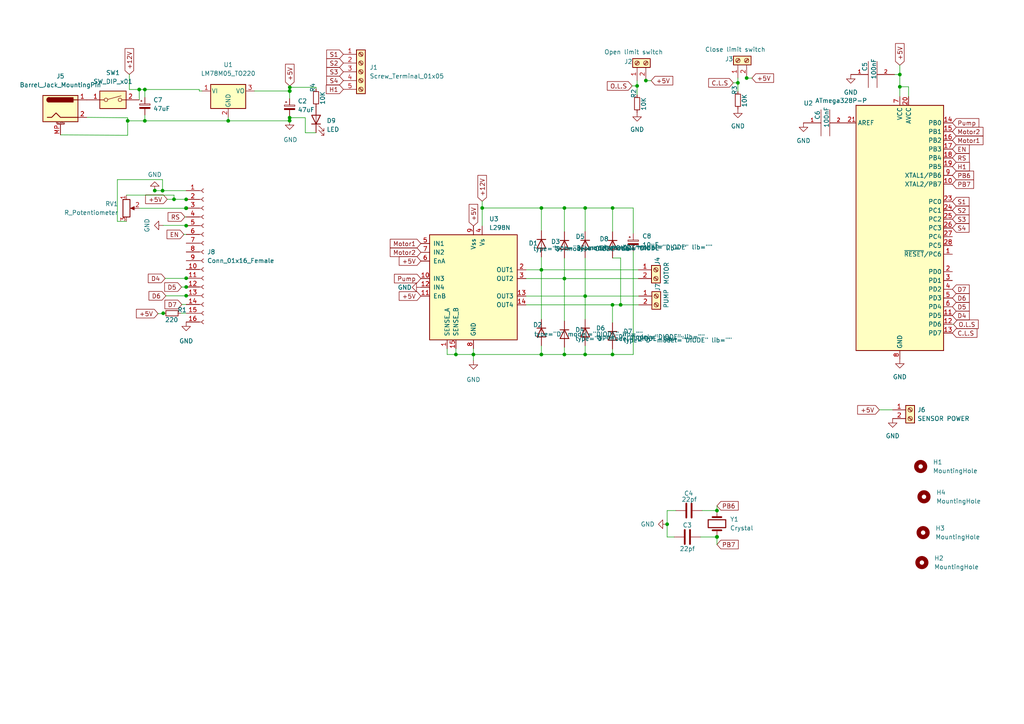
<source format=kicad_sch>
(kicad_sch (version 20211123) (generator eeschema)

  (uuid b1125a5b-674b-4fc6-8d50-bef7a5f374ca)

  (paper "A4")

  (lib_symbols
    (symbol "Connector:Barrel_Jack_MountingPin" (pin_names hide) (in_bom yes) (on_board yes)
      (property "Reference" "J" (id 0) (at 0 5.334 0)
        (effects (font (size 1.27 1.27)))
      )
      (property "Value" "Barrel_Jack_MountingPin" (id 1) (at 1.27 -6.35 0)
        (effects (font (size 1.27 1.27)) (justify left))
      )
      (property "Footprint" "" (id 2) (at 1.27 -1.016 0)
        (effects (font (size 1.27 1.27)) hide)
      )
      (property "Datasheet" "~" (id 3) (at 1.27 -1.016 0)
        (effects (font (size 1.27 1.27)) hide)
      )
      (property "ki_keywords" "DC power barrel jack connector" (id 4) (at 0 0 0)
        (effects (font (size 1.27 1.27)) hide)
      )
      (property "ki_description" "DC Barrel Jack with a mounting pin" (id 5) (at 0 0 0)
        (effects (font (size 1.27 1.27)) hide)
      )
      (property "ki_fp_filters" "BarrelJack*" (id 6) (at 0 0 0)
        (effects (font (size 1.27 1.27)) hide)
      )
      (symbol "Barrel_Jack_MountingPin_0_1"
        (rectangle (start -5.08 3.81) (end 5.08 -3.81)
          (stroke (width 0.254) (type default) (color 0 0 0 0))
          (fill (type background))
        )
        (arc (start -3.302 3.175) (mid -3.937 2.54) (end -3.302 1.905)
          (stroke (width 0.254) (type default) (color 0 0 0 0))
          (fill (type none))
        )
        (arc (start -3.302 3.175) (mid -3.937 2.54) (end -3.302 1.905)
          (stroke (width 0.254) (type default) (color 0 0 0 0))
          (fill (type outline))
        )
        (polyline
          (pts
            (xy 5.08 2.54)
            (xy 3.81 2.54)
          )
          (stroke (width 0.254) (type default) (color 0 0 0 0))
          (fill (type none))
        )
        (polyline
          (pts
            (xy -3.81 -2.54)
            (xy -2.54 -2.54)
            (xy -1.27 -1.27)
            (xy 0 -2.54)
            (xy 2.54 -2.54)
            (xy 5.08 -2.54)
          )
          (stroke (width 0.254) (type default) (color 0 0 0 0))
          (fill (type none))
        )
        (rectangle (start 3.683 3.175) (end -3.302 1.905)
          (stroke (width 0.254) (type default) (color 0 0 0 0))
          (fill (type outline))
        )
      )
      (symbol "Barrel_Jack_MountingPin_1_1"
        (polyline
          (pts
            (xy -1.016 -4.572)
            (xy 1.016 -4.572)
          )
          (stroke (width 0.1524) (type default) (color 0 0 0 0))
          (fill (type none))
        )
        (text "Mounting" (at 0 -4.191 0)
          (effects (font (size 0.381 0.381)))
        )
        (pin passive line (at 7.62 2.54 180) (length 2.54)
          (name "~" (effects (font (size 1.27 1.27))))
          (number "1" (effects (font (size 1.27 1.27))))
        )
        (pin passive line (at 7.62 -2.54 180) (length 2.54)
          (name "~" (effects (font (size 1.27 1.27))))
          (number "2" (effects (font (size 1.27 1.27))))
        )
        (pin passive line (at 0 -7.62 90) (length 3.048)
          (name "MountPin" (effects (font (size 1.27 1.27))))
          (number "MP" (effects (font (size 1.27 1.27))))
        )
      )
    )
    (symbol "Connector:Conn_01x16_Female" (pin_names (offset 1.016) hide) (in_bom yes) (on_board yes)
      (property "Reference" "J" (id 0) (at 0 20.32 0)
        (effects (font (size 1.27 1.27)))
      )
      (property "Value" "Conn_01x16_Female" (id 1) (at 0 -22.86 0)
        (effects (font (size 1.27 1.27)))
      )
      (property "Footprint" "" (id 2) (at 0 0 0)
        (effects (font (size 1.27 1.27)) hide)
      )
      (property "Datasheet" "~" (id 3) (at 0 0 0)
        (effects (font (size 1.27 1.27)) hide)
      )
      (property "ki_keywords" "connector" (id 4) (at 0 0 0)
        (effects (font (size 1.27 1.27)) hide)
      )
      (property "ki_description" "Generic connector, single row, 01x16, script generated (kicad-library-utils/schlib/autogen/connector/)" (id 5) (at 0 0 0)
        (effects (font (size 1.27 1.27)) hide)
      )
      (property "ki_fp_filters" "Connector*:*_1x??_*" (id 6) (at 0 0 0)
        (effects (font (size 1.27 1.27)) hide)
      )
      (symbol "Conn_01x16_Female_1_1"
        (arc (start 0 -19.812) (mid -0.508 -20.32) (end 0 -20.828)
          (stroke (width 0.1524) (type default) (color 0 0 0 0))
          (fill (type none))
        )
        (arc (start 0 -17.272) (mid -0.508 -17.78) (end 0 -18.288)
          (stroke (width 0.1524) (type default) (color 0 0 0 0))
          (fill (type none))
        )
        (arc (start 0 -14.732) (mid -0.508 -15.24) (end 0 -15.748)
          (stroke (width 0.1524) (type default) (color 0 0 0 0))
          (fill (type none))
        )
        (arc (start 0 -12.192) (mid -0.508 -12.7) (end 0 -13.208)
          (stroke (width 0.1524) (type default) (color 0 0 0 0))
          (fill (type none))
        )
        (arc (start 0 -9.652) (mid -0.508 -10.16) (end 0 -10.668)
          (stroke (width 0.1524) (type default) (color 0 0 0 0))
          (fill (type none))
        )
        (arc (start 0 -7.112) (mid -0.508 -7.62) (end 0 -8.128)
          (stroke (width 0.1524) (type default) (color 0 0 0 0))
          (fill (type none))
        )
        (arc (start 0 -4.572) (mid -0.508 -5.08) (end 0 -5.588)
          (stroke (width 0.1524) (type default) (color 0 0 0 0))
          (fill (type none))
        )
        (arc (start 0 -2.032) (mid -0.508 -2.54) (end 0 -3.048)
          (stroke (width 0.1524) (type default) (color 0 0 0 0))
          (fill (type none))
        )
        (polyline
          (pts
            (xy -1.27 -20.32)
            (xy -0.508 -20.32)
          )
          (stroke (width 0.1524) (type default) (color 0 0 0 0))
          (fill (type none))
        )
        (polyline
          (pts
            (xy -1.27 -17.78)
            (xy -0.508 -17.78)
          )
          (stroke (width 0.1524) (type default) (color 0 0 0 0))
          (fill (type none))
        )
        (polyline
          (pts
            (xy -1.27 -15.24)
            (xy -0.508 -15.24)
          )
          (stroke (width 0.1524) (type default) (color 0 0 0 0))
          (fill (type none))
        )
        (polyline
          (pts
            (xy -1.27 -12.7)
            (xy -0.508 -12.7)
          )
          (stroke (width 0.1524) (type default) (color 0 0 0 0))
          (fill (type none))
        )
        (polyline
          (pts
            (xy -1.27 -10.16)
            (xy -0.508 -10.16)
          )
          (stroke (width 0.1524) (type default) (color 0 0 0 0))
          (fill (type none))
        )
        (polyline
          (pts
            (xy -1.27 -7.62)
            (xy -0.508 -7.62)
          )
          (stroke (width 0.1524) (type default) (color 0 0 0 0))
          (fill (type none))
        )
        (polyline
          (pts
            (xy -1.27 -5.08)
            (xy -0.508 -5.08)
          )
          (stroke (width 0.1524) (type default) (color 0 0 0 0))
          (fill (type none))
        )
        (polyline
          (pts
            (xy -1.27 -2.54)
            (xy -0.508 -2.54)
          )
          (stroke (width 0.1524) (type default) (color 0 0 0 0))
          (fill (type none))
        )
        (polyline
          (pts
            (xy -1.27 0)
            (xy -0.508 0)
          )
          (stroke (width 0.1524) (type default) (color 0 0 0 0))
          (fill (type none))
        )
        (polyline
          (pts
            (xy -1.27 2.54)
            (xy -0.508 2.54)
          )
          (stroke (width 0.1524) (type default) (color 0 0 0 0))
          (fill (type none))
        )
        (polyline
          (pts
            (xy -1.27 5.08)
            (xy -0.508 5.08)
          )
          (stroke (width 0.1524) (type default) (color 0 0 0 0))
          (fill (type none))
        )
        (polyline
          (pts
            (xy -1.27 7.62)
            (xy -0.508 7.62)
          )
          (stroke (width 0.1524) (type default) (color 0 0 0 0))
          (fill (type none))
        )
        (polyline
          (pts
            (xy -1.27 10.16)
            (xy -0.508 10.16)
          )
          (stroke (width 0.1524) (type default) (color 0 0 0 0))
          (fill (type none))
        )
        (polyline
          (pts
            (xy -1.27 12.7)
            (xy -0.508 12.7)
          )
          (stroke (width 0.1524) (type default) (color 0 0 0 0))
          (fill (type none))
        )
        (polyline
          (pts
            (xy -1.27 15.24)
            (xy -0.508 15.24)
          )
          (stroke (width 0.1524) (type default) (color 0 0 0 0))
          (fill (type none))
        )
        (polyline
          (pts
            (xy -1.27 17.78)
            (xy -0.508 17.78)
          )
          (stroke (width 0.1524) (type default) (color 0 0 0 0))
          (fill (type none))
        )
        (arc (start 0 0.508) (mid -0.508 0) (end 0 -0.508)
          (stroke (width 0.1524) (type default) (color 0 0 0 0))
          (fill (type none))
        )
        (arc (start 0 3.048) (mid -0.508 2.54) (end 0 2.032)
          (stroke (width 0.1524) (type default) (color 0 0 0 0))
          (fill (type none))
        )
        (arc (start 0 5.588) (mid -0.508 5.08) (end 0 4.572)
          (stroke (width 0.1524) (type default) (color 0 0 0 0))
          (fill (type none))
        )
        (arc (start 0 8.128) (mid -0.508 7.62) (end 0 7.112)
          (stroke (width 0.1524) (type default) (color 0 0 0 0))
          (fill (type none))
        )
        (arc (start 0 10.668) (mid -0.508 10.16) (end 0 9.652)
          (stroke (width 0.1524) (type default) (color 0 0 0 0))
          (fill (type none))
        )
        (arc (start 0 13.208) (mid -0.508 12.7) (end 0 12.192)
          (stroke (width 0.1524) (type default) (color 0 0 0 0))
          (fill (type none))
        )
        (arc (start 0 15.748) (mid -0.508 15.24) (end 0 14.732)
          (stroke (width 0.1524) (type default) (color 0 0 0 0))
          (fill (type none))
        )
        (arc (start 0 18.288) (mid -0.508 17.78) (end 0 17.272)
          (stroke (width 0.1524) (type default) (color 0 0 0 0))
          (fill (type none))
        )
        (pin passive line (at -5.08 17.78 0) (length 3.81)
          (name "Pin_1" (effects (font (size 1.27 1.27))))
          (number "1" (effects (font (size 1.27 1.27))))
        )
        (pin passive line (at -5.08 -5.08 0) (length 3.81)
          (name "Pin_10" (effects (font (size 1.27 1.27))))
          (number "10" (effects (font (size 1.27 1.27))))
        )
        (pin passive line (at -5.08 -7.62 0) (length 3.81)
          (name "Pin_11" (effects (font (size 1.27 1.27))))
          (number "11" (effects (font (size 1.27 1.27))))
        )
        (pin passive line (at -5.08 -10.16 0) (length 3.81)
          (name "Pin_12" (effects (font (size 1.27 1.27))))
          (number "12" (effects (font (size 1.27 1.27))))
        )
        (pin passive line (at -5.08 -12.7 0) (length 3.81)
          (name "Pin_13" (effects (font (size 1.27 1.27))))
          (number "13" (effects (font (size 1.27 1.27))))
        )
        (pin passive line (at -5.08 -15.24 0) (length 3.81)
          (name "Pin_14" (effects (font (size 1.27 1.27))))
          (number "14" (effects (font (size 1.27 1.27))))
        )
        (pin passive line (at -5.08 -17.78 0) (length 3.81)
          (name "Pin_15" (effects (font (size 1.27 1.27))))
          (number "15" (effects (font (size 1.27 1.27))))
        )
        (pin passive line (at -5.08 -20.32 0) (length 3.81)
          (name "Pin_16" (effects (font (size 1.27 1.27))))
          (number "16" (effects (font (size 1.27 1.27))))
        )
        (pin passive line (at -5.08 15.24 0) (length 3.81)
          (name "Pin_2" (effects (font (size 1.27 1.27))))
          (number "2" (effects (font (size 1.27 1.27))))
        )
        (pin passive line (at -5.08 12.7 0) (length 3.81)
          (name "Pin_3" (effects (font (size 1.27 1.27))))
          (number "3" (effects (font (size 1.27 1.27))))
        )
        (pin passive line (at -5.08 10.16 0) (length 3.81)
          (name "Pin_4" (effects (font (size 1.27 1.27))))
          (number "4" (effects (font (size 1.27 1.27))))
        )
        (pin passive line (at -5.08 7.62 0) (length 3.81)
          (name "Pin_5" (effects (font (size 1.27 1.27))))
          (number "5" (effects (font (size 1.27 1.27))))
        )
        (pin passive line (at -5.08 5.08 0) (length 3.81)
          (name "Pin_6" (effects (font (size 1.27 1.27))))
          (number "6" (effects (font (size 1.27 1.27))))
        )
        (pin passive line (at -5.08 2.54 0) (length 3.81)
          (name "Pin_7" (effects (font (size 1.27 1.27))))
          (number "7" (effects (font (size 1.27 1.27))))
        )
        (pin passive line (at -5.08 0 0) (length 3.81)
          (name "Pin_8" (effects (font (size 1.27 1.27))))
          (number "8" (effects (font (size 1.27 1.27))))
        )
        (pin passive line (at -5.08 -2.54 0) (length 3.81)
          (name "Pin_9" (effects (font (size 1.27 1.27))))
          (number "9" (effects (font (size 1.27 1.27))))
        )
      )
    )
    (symbol "Connector:Screw_Terminal_01x02" (pin_names (offset 1.016) hide) (in_bom yes) (on_board yes)
      (property "Reference" "J" (id 0) (at 0 2.54 0)
        (effects (font (size 1.27 1.27)))
      )
      (property "Value" "Screw_Terminal_01x02" (id 1) (at 0 -5.08 0)
        (effects (font (size 1.27 1.27)))
      )
      (property "Footprint" "" (id 2) (at 0 0 0)
        (effects (font (size 1.27 1.27)) hide)
      )
      (property "Datasheet" "~" (id 3) (at 0 0 0)
        (effects (font (size 1.27 1.27)) hide)
      )
      (property "ki_keywords" "screw terminal" (id 4) (at 0 0 0)
        (effects (font (size 1.27 1.27)) hide)
      )
      (property "ki_description" "Generic screw terminal, single row, 01x02, script generated (kicad-library-utils/schlib/autogen/connector/)" (id 5) (at 0 0 0)
        (effects (font (size 1.27 1.27)) hide)
      )
      (property "ki_fp_filters" "TerminalBlock*:*" (id 6) (at 0 0 0)
        (effects (font (size 1.27 1.27)) hide)
      )
      (symbol "Screw_Terminal_01x02_1_1"
        (rectangle (start -1.27 1.27) (end 1.27 -3.81)
          (stroke (width 0.254) (type default) (color 0 0 0 0))
          (fill (type background))
        )
        (circle (center 0 -2.54) (radius 0.635)
          (stroke (width 0.1524) (type default) (color 0 0 0 0))
          (fill (type none))
        )
        (polyline
          (pts
            (xy -0.5334 -2.2098)
            (xy 0.3302 -3.048)
          )
          (stroke (width 0.1524) (type default) (color 0 0 0 0))
          (fill (type none))
        )
        (polyline
          (pts
            (xy -0.5334 0.3302)
            (xy 0.3302 -0.508)
          )
          (stroke (width 0.1524) (type default) (color 0 0 0 0))
          (fill (type none))
        )
        (polyline
          (pts
            (xy -0.3556 -2.032)
            (xy 0.508 -2.8702)
          )
          (stroke (width 0.1524) (type default) (color 0 0 0 0))
          (fill (type none))
        )
        (polyline
          (pts
            (xy -0.3556 0.508)
            (xy 0.508 -0.3302)
          )
          (stroke (width 0.1524) (type default) (color 0 0 0 0))
          (fill (type none))
        )
        (circle (center 0 0) (radius 0.635)
          (stroke (width 0.1524) (type default) (color 0 0 0 0))
          (fill (type none))
        )
        (pin passive line (at -5.08 0 0) (length 3.81)
          (name "Pin_1" (effects (font (size 1.27 1.27))))
          (number "1" (effects (font (size 1.27 1.27))))
        )
        (pin passive line (at -5.08 -2.54 0) (length 3.81)
          (name "Pin_2" (effects (font (size 1.27 1.27))))
          (number "2" (effects (font (size 1.27 1.27))))
        )
      )
    )
    (symbol "Connector:Screw_Terminal_01x05" (pin_names (offset 1.016) hide) (in_bom yes) (on_board yes)
      (property "Reference" "J" (id 0) (at 0 7.62 0)
        (effects (font (size 1.27 1.27)))
      )
      (property "Value" "Screw_Terminal_01x05" (id 1) (at 0 -7.62 0)
        (effects (font (size 1.27 1.27)))
      )
      (property "Footprint" "" (id 2) (at 0 0 0)
        (effects (font (size 1.27 1.27)) hide)
      )
      (property "Datasheet" "~" (id 3) (at 0 0 0)
        (effects (font (size 1.27 1.27)) hide)
      )
      (property "ki_keywords" "screw terminal" (id 4) (at 0 0 0)
        (effects (font (size 1.27 1.27)) hide)
      )
      (property "ki_description" "Generic screw terminal, single row, 01x05, script generated (kicad-library-utils/schlib/autogen/connector/)" (id 5) (at 0 0 0)
        (effects (font (size 1.27 1.27)) hide)
      )
      (property "ki_fp_filters" "TerminalBlock*:*" (id 6) (at 0 0 0)
        (effects (font (size 1.27 1.27)) hide)
      )
      (symbol "Screw_Terminal_01x05_1_1"
        (rectangle (start -1.27 6.35) (end 1.27 -6.35)
          (stroke (width 0.254) (type default) (color 0 0 0 0))
          (fill (type background))
        )
        (circle (center 0 -5.08) (radius 0.635)
          (stroke (width 0.1524) (type default) (color 0 0 0 0))
          (fill (type none))
        )
        (circle (center 0 -2.54) (radius 0.635)
          (stroke (width 0.1524) (type default) (color 0 0 0 0))
          (fill (type none))
        )
        (polyline
          (pts
            (xy -0.5334 -4.7498)
            (xy 0.3302 -5.588)
          )
          (stroke (width 0.1524) (type default) (color 0 0 0 0))
          (fill (type none))
        )
        (polyline
          (pts
            (xy -0.5334 -2.2098)
            (xy 0.3302 -3.048)
          )
          (stroke (width 0.1524) (type default) (color 0 0 0 0))
          (fill (type none))
        )
        (polyline
          (pts
            (xy -0.5334 0.3302)
            (xy 0.3302 -0.508)
          )
          (stroke (width 0.1524) (type default) (color 0 0 0 0))
          (fill (type none))
        )
        (polyline
          (pts
            (xy -0.5334 2.8702)
            (xy 0.3302 2.032)
          )
          (stroke (width 0.1524) (type default) (color 0 0 0 0))
          (fill (type none))
        )
        (polyline
          (pts
            (xy -0.5334 5.4102)
            (xy 0.3302 4.572)
          )
          (stroke (width 0.1524) (type default) (color 0 0 0 0))
          (fill (type none))
        )
        (polyline
          (pts
            (xy -0.3556 -4.572)
            (xy 0.508 -5.4102)
          )
          (stroke (width 0.1524) (type default) (color 0 0 0 0))
          (fill (type none))
        )
        (polyline
          (pts
            (xy -0.3556 -2.032)
            (xy 0.508 -2.8702)
          )
          (stroke (width 0.1524) (type default) (color 0 0 0 0))
          (fill (type none))
        )
        (polyline
          (pts
            (xy -0.3556 0.508)
            (xy 0.508 -0.3302)
          )
          (stroke (width 0.1524) (type default) (color 0 0 0 0))
          (fill (type none))
        )
        (polyline
          (pts
            (xy -0.3556 3.048)
            (xy 0.508 2.2098)
          )
          (stroke (width 0.1524) (type default) (color 0 0 0 0))
          (fill (type none))
        )
        (polyline
          (pts
            (xy -0.3556 5.588)
            (xy 0.508 4.7498)
          )
          (stroke (width 0.1524) (type default) (color 0 0 0 0))
          (fill (type none))
        )
        (circle (center 0 0) (radius 0.635)
          (stroke (width 0.1524) (type default) (color 0 0 0 0))
          (fill (type none))
        )
        (circle (center 0 2.54) (radius 0.635)
          (stroke (width 0.1524) (type default) (color 0 0 0 0))
          (fill (type none))
        )
        (circle (center 0 5.08) (radius 0.635)
          (stroke (width 0.1524) (type default) (color 0 0 0 0))
          (fill (type none))
        )
        (pin passive line (at -5.08 5.08 0) (length 3.81)
          (name "Pin_1" (effects (font (size 1.27 1.27))))
          (number "1" (effects (font (size 1.27 1.27))))
        )
        (pin passive line (at -5.08 2.54 0) (length 3.81)
          (name "Pin_2" (effects (font (size 1.27 1.27))))
          (number "2" (effects (font (size 1.27 1.27))))
        )
        (pin passive line (at -5.08 0 0) (length 3.81)
          (name "Pin_3" (effects (font (size 1.27 1.27))))
          (number "3" (effects (font (size 1.27 1.27))))
        )
        (pin passive line (at -5.08 -2.54 0) (length 3.81)
          (name "Pin_4" (effects (font (size 1.27 1.27))))
          (number "4" (effects (font (size 1.27 1.27))))
        )
        (pin passive line (at -5.08 -5.08 0) (length 3.81)
          (name "Pin_5" (effects (font (size 1.27 1.27))))
          (number "5" (effects (font (size 1.27 1.27))))
        )
      )
    )
    (symbol "Device:C" (pin_numbers hide) (pin_names (offset 0.254)) (in_bom yes) (on_board yes)
      (property "Reference" "C" (id 0) (at 0.635 2.54 0)
        (effects (font (size 1.27 1.27)) (justify left))
      )
      (property "Value" "C" (id 1) (at 0.635 -2.54 0)
        (effects (font (size 1.27 1.27)) (justify left))
      )
      (property "Footprint" "" (id 2) (at 0.9652 -3.81 0)
        (effects (font (size 1.27 1.27)) hide)
      )
      (property "Datasheet" "~" (id 3) (at 0 0 0)
        (effects (font (size 1.27 1.27)) hide)
      )
      (property "ki_keywords" "cap capacitor" (id 4) (at 0 0 0)
        (effects (font (size 1.27 1.27)) hide)
      )
      (property "ki_description" "Unpolarized capacitor" (id 5) (at 0 0 0)
        (effects (font (size 1.27 1.27)) hide)
      )
      (property "ki_fp_filters" "C_*" (id 6) (at 0 0 0)
        (effects (font (size 1.27 1.27)) hide)
      )
      (symbol "C_0_1"
        (polyline
          (pts
            (xy -2.032 -0.762)
            (xy 2.032 -0.762)
          )
          (stroke (width 0.508) (type default) (color 0 0 0 0))
          (fill (type none))
        )
        (polyline
          (pts
            (xy -2.032 0.762)
            (xy 2.032 0.762)
          )
          (stroke (width 0.508) (type default) (color 0 0 0 0))
          (fill (type none))
        )
      )
      (symbol "C_1_1"
        (pin passive line (at 0 3.81 270) (length 2.794)
          (name "~" (effects (font (size 1.27 1.27))))
          (number "1" (effects (font (size 1.27 1.27))))
        )
        (pin passive line (at 0 -3.81 90) (length 2.794)
          (name "~" (effects (font (size 1.27 1.27))))
          (number "2" (effects (font (size 1.27 1.27))))
        )
      )
    )
    (symbol "Device:C_Polarized_Small" (pin_numbers hide) (pin_names (offset 0.254) hide) (in_bom yes) (on_board yes)
      (property "Reference" "C" (id 0) (at 0.254 1.778 0)
        (effects (font (size 1.27 1.27)) (justify left))
      )
      (property "Value" "C_Polarized_Small" (id 1) (at 0.254 -2.032 0)
        (effects (font (size 1.27 1.27)) (justify left))
      )
      (property "Footprint" "" (id 2) (at 0 0 0)
        (effects (font (size 1.27 1.27)) hide)
      )
      (property "Datasheet" "~" (id 3) (at 0 0 0)
        (effects (font (size 1.27 1.27)) hide)
      )
      (property "ki_keywords" "cap capacitor" (id 4) (at 0 0 0)
        (effects (font (size 1.27 1.27)) hide)
      )
      (property "ki_description" "Polarized capacitor, small symbol" (id 5) (at 0 0 0)
        (effects (font (size 1.27 1.27)) hide)
      )
      (property "ki_fp_filters" "CP_*" (id 6) (at 0 0 0)
        (effects (font (size 1.27 1.27)) hide)
      )
      (symbol "C_Polarized_Small_0_1"
        (rectangle (start -1.524 -0.3048) (end 1.524 -0.6858)
          (stroke (width 0) (type default) (color 0 0 0 0))
          (fill (type outline))
        )
        (rectangle (start -1.524 0.6858) (end 1.524 0.3048)
          (stroke (width 0) (type default) (color 0 0 0 0))
          (fill (type none))
        )
        (polyline
          (pts
            (xy -1.27 1.524)
            (xy -0.762 1.524)
          )
          (stroke (width 0) (type default) (color 0 0 0 0))
          (fill (type none))
        )
        (polyline
          (pts
            (xy -1.016 1.27)
            (xy -1.016 1.778)
          )
          (stroke (width 0) (type default) (color 0 0 0 0))
          (fill (type none))
        )
      )
      (symbol "C_Polarized_Small_1_1"
        (pin passive line (at 0 2.54 270) (length 1.8542)
          (name "~" (effects (font (size 1.27 1.27))))
          (number "1" (effects (font (size 1.27 1.27))))
        )
        (pin passive line (at 0 -2.54 90) (length 1.8542)
          (name "~" (effects (font (size 1.27 1.27))))
          (number "2" (effects (font (size 1.27 1.27))))
        )
      )
    )
    (symbol "Device:Crystal" (pin_numbers hide) (pin_names (offset 1.016) hide) (in_bom yes) (on_board yes)
      (property "Reference" "Y" (id 0) (at 0 3.81 0)
        (effects (font (size 1.27 1.27)))
      )
      (property "Value" "Crystal" (id 1) (at 0 -3.81 0)
        (effects (font (size 1.27 1.27)))
      )
      (property "Footprint" "" (id 2) (at 0 0 0)
        (effects (font (size 1.27 1.27)) hide)
      )
      (property "Datasheet" "~" (id 3) (at 0 0 0)
        (effects (font (size 1.27 1.27)) hide)
      )
      (property "ki_keywords" "quartz ceramic resonator oscillator" (id 4) (at 0 0 0)
        (effects (font (size 1.27 1.27)) hide)
      )
      (property "ki_description" "Two pin crystal" (id 5) (at 0 0 0)
        (effects (font (size 1.27 1.27)) hide)
      )
      (property "ki_fp_filters" "Crystal*" (id 6) (at 0 0 0)
        (effects (font (size 1.27 1.27)) hide)
      )
      (symbol "Crystal_0_1"
        (rectangle (start -1.143 2.54) (end 1.143 -2.54)
          (stroke (width 0.3048) (type default) (color 0 0 0 0))
          (fill (type none))
        )
        (polyline
          (pts
            (xy -2.54 0)
            (xy -1.905 0)
          )
          (stroke (width 0) (type default) (color 0 0 0 0))
          (fill (type none))
        )
        (polyline
          (pts
            (xy -1.905 -1.27)
            (xy -1.905 1.27)
          )
          (stroke (width 0.508) (type default) (color 0 0 0 0))
          (fill (type none))
        )
        (polyline
          (pts
            (xy 1.905 -1.27)
            (xy 1.905 1.27)
          )
          (stroke (width 0.508) (type default) (color 0 0 0 0))
          (fill (type none))
        )
        (polyline
          (pts
            (xy 2.54 0)
            (xy 1.905 0)
          )
          (stroke (width 0) (type default) (color 0 0 0 0))
          (fill (type none))
        )
      )
      (symbol "Crystal_1_1"
        (pin passive line (at -3.81 0 0) (length 1.27)
          (name "1" (effects (font (size 1.27 1.27))))
          (number "1" (effects (font (size 1.27 1.27))))
        )
        (pin passive line (at 3.81 0 180) (length 1.27)
          (name "2" (effects (font (size 1.27 1.27))))
          (number "2" (effects (font (size 1.27 1.27))))
        )
      )
    )
    (symbol "Device:LED" (pin_numbers hide) (pin_names (offset 1.016) hide) (in_bom yes) (on_board yes)
      (property "Reference" "D" (id 0) (at 0 2.54 0)
        (effects (font (size 1.27 1.27)))
      )
      (property "Value" "LED" (id 1) (at 0 -2.54 0)
        (effects (font (size 1.27 1.27)))
      )
      (property "Footprint" "" (id 2) (at 0 0 0)
        (effects (font (size 1.27 1.27)) hide)
      )
      (property "Datasheet" "~" (id 3) (at 0 0 0)
        (effects (font (size 1.27 1.27)) hide)
      )
      (property "ki_keywords" "LED diode" (id 4) (at 0 0 0)
        (effects (font (size 1.27 1.27)) hide)
      )
      (property "ki_description" "Light emitting diode" (id 5) (at 0 0 0)
        (effects (font (size 1.27 1.27)) hide)
      )
      (property "ki_fp_filters" "LED* LED_SMD:* LED_THT:*" (id 6) (at 0 0 0)
        (effects (font (size 1.27 1.27)) hide)
      )
      (symbol "LED_0_1"
        (polyline
          (pts
            (xy -1.27 -1.27)
            (xy -1.27 1.27)
          )
          (stroke (width 0.254) (type default) (color 0 0 0 0))
          (fill (type none))
        )
        (polyline
          (pts
            (xy -1.27 0)
            (xy 1.27 0)
          )
          (stroke (width 0) (type default) (color 0 0 0 0))
          (fill (type none))
        )
        (polyline
          (pts
            (xy 1.27 -1.27)
            (xy 1.27 1.27)
            (xy -1.27 0)
            (xy 1.27 -1.27)
          )
          (stroke (width 0.254) (type default) (color 0 0 0 0))
          (fill (type none))
        )
        (polyline
          (pts
            (xy -3.048 -0.762)
            (xy -4.572 -2.286)
            (xy -3.81 -2.286)
            (xy -4.572 -2.286)
            (xy -4.572 -1.524)
          )
          (stroke (width 0) (type default) (color 0 0 0 0))
          (fill (type none))
        )
        (polyline
          (pts
            (xy -1.778 -0.762)
            (xy -3.302 -2.286)
            (xy -2.54 -2.286)
            (xy -3.302 -2.286)
            (xy -3.302 -1.524)
          )
          (stroke (width 0) (type default) (color 0 0 0 0))
          (fill (type none))
        )
      )
      (symbol "LED_1_1"
        (pin passive line (at -3.81 0 0) (length 2.54)
          (name "K" (effects (font (size 1.27 1.27))))
          (number "1" (effects (font (size 1.27 1.27))))
        )
        (pin passive line (at 3.81 0 180) (length 2.54)
          (name "A" (effects (font (size 1.27 1.27))))
          (number "2" (effects (font (size 1.27 1.27))))
        )
      )
    )
    (symbol "Device:R_Potentiometer" (pin_names (offset 1.016) hide) (in_bom yes) (on_board yes)
      (property "Reference" "RV" (id 0) (at -4.445 0 90)
        (effects (font (size 1.27 1.27)))
      )
      (property "Value" "R_Potentiometer" (id 1) (at -2.54 0 90)
        (effects (font (size 1.27 1.27)))
      )
      (property "Footprint" "" (id 2) (at 0 0 0)
        (effects (font (size 1.27 1.27)) hide)
      )
      (property "Datasheet" "~" (id 3) (at 0 0 0)
        (effects (font (size 1.27 1.27)) hide)
      )
      (property "ki_keywords" "resistor variable" (id 4) (at 0 0 0)
        (effects (font (size 1.27 1.27)) hide)
      )
      (property "ki_description" "Potentiometer" (id 5) (at 0 0 0)
        (effects (font (size 1.27 1.27)) hide)
      )
      (property "ki_fp_filters" "Potentiometer*" (id 6) (at 0 0 0)
        (effects (font (size 1.27 1.27)) hide)
      )
      (symbol "R_Potentiometer_0_1"
        (polyline
          (pts
            (xy 2.54 0)
            (xy 1.524 0)
          )
          (stroke (width 0) (type default) (color 0 0 0 0))
          (fill (type none))
        )
        (polyline
          (pts
            (xy 1.143 0)
            (xy 2.286 0.508)
            (xy 2.286 -0.508)
            (xy 1.143 0)
          )
          (stroke (width 0) (type default) (color 0 0 0 0))
          (fill (type outline))
        )
        (rectangle (start 1.016 2.54) (end -1.016 -2.54)
          (stroke (width 0.254) (type default) (color 0 0 0 0))
          (fill (type none))
        )
      )
      (symbol "R_Potentiometer_1_1"
        (pin passive line (at 0 3.81 270) (length 1.27)
          (name "1" (effects (font (size 1.27 1.27))))
          (number "1" (effects (font (size 1.27 1.27))))
        )
        (pin passive line (at 3.81 0 180) (length 1.27)
          (name "2" (effects (font (size 1.27 1.27))))
          (number "2" (effects (font (size 1.27 1.27))))
        )
        (pin passive line (at 0 -3.81 90) (length 1.27)
          (name "3" (effects (font (size 1.27 1.27))))
          (number "3" (effects (font (size 1.27 1.27))))
        )
      )
    )
    (symbol "Device:R_Small" (pin_numbers hide) (pin_names (offset 0.254) hide) (in_bom yes) (on_board yes)
      (property "Reference" "R" (id 0) (at 0.762 0.508 0)
        (effects (font (size 1.27 1.27)) (justify left))
      )
      (property "Value" "R_Small" (id 1) (at 0.762 -1.016 0)
        (effects (font (size 1.27 1.27)) (justify left))
      )
      (property "Footprint" "" (id 2) (at 0 0 0)
        (effects (font (size 1.27 1.27)) hide)
      )
      (property "Datasheet" "~" (id 3) (at 0 0 0)
        (effects (font (size 1.27 1.27)) hide)
      )
      (property "ki_keywords" "R resistor" (id 4) (at 0 0 0)
        (effects (font (size 1.27 1.27)) hide)
      )
      (property "ki_description" "Resistor, small symbol" (id 5) (at 0 0 0)
        (effects (font (size 1.27 1.27)) hide)
      )
      (property "ki_fp_filters" "R_*" (id 6) (at 0 0 0)
        (effects (font (size 1.27 1.27)) hide)
      )
      (symbol "R_Small_0_1"
        (rectangle (start -0.762 1.778) (end 0.762 -1.778)
          (stroke (width 0.2032) (type default) (color 0 0 0 0))
          (fill (type none))
        )
      )
      (symbol "R_Small_1_1"
        (pin passive line (at 0 2.54 270) (length 0.762)
          (name "~" (effects (font (size 1.27 1.27))))
          (number "1" (effects (font (size 1.27 1.27))))
        )
        (pin passive line (at 0 -2.54 90) (length 0.762)
          (name "~" (effects (font (size 1.27 1.27))))
          (number "2" (effects (font (size 1.27 1.27))))
        )
      )
    )
    (symbol "Driver_Motor:L298N" (pin_names (offset 1.016)) (in_bom yes) (on_board yes)
      (property "Reference" "U" (id 0) (at -10.16 16.51 0)
        (effects (font (size 1.27 1.27)) (justify right))
      )
      (property "Value" "L298N" (id 1) (at 12.7 16.51 0)
        (effects (font (size 1.27 1.27)) (justify right))
      )
      (property "Footprint" "Package_TO_SOT_THT:TO-220-15_P2.54x2.54mm_StaggerOdd_Lead4.58mm_Vertical" (id 2) (at 1.27 -16.51 0)
        (effects (font (size 1.27 1.27)) (justify left) hide)
      )
      (property "Datasheet" "http://www.st.com/st-web-ui/static/active/en/resource/technical/document/datasheet/CD00000240.pdf" (id 3) (at 3.81 6.35 0)
        (effects (font (size 1.27 1.27)) hide)
      )
      (property "ki_keywords" "H-bridge motor driver" (id 4) (at 0 0 0)
        (effects (font (size 1.27 1.27)) hide)
      )
      (property "ki_description" "Dual full bridge motor driver, up to 46V, 4A, Multiwatt15-V" (id 5) (at 0 0 0)
        (effects (font (size 1.27 1.27)) hide)
      )
      (property "ki_fp_filters" "TO?220*StaggerOdd*Vertical*" (id 6) (at 0 0 0)
        (effects (font (size 1.27 1.27)) hide)
      )
      (symbol "L298N_0_1"
        (rectangle (start -12.7 15.24) (end 12.7 -15.24)
          (stroke (width 0.254) (type default) (color 0 0 0 0))
          (fill (type background))
        )
      )
      (symbol "L298N_1_1"
        (pin power_in line (at -7.62 -17.78 90) (length 2.54)
          (name "SENSE_A" (effects (font (size 1.27 1.27))))
          (number "1" (effects (font (size 1.27 1.27))))
        )
        (pin input line (at -15.24 2.54 0) (length 2.54)
          (name "IN3" (effects (font (size 1.27 1.27))))
          (number "10" (effects (font (size 1.27 1.27))))
        )
        (pin input line (at -15.24 -2.54 0) (length 2.54)
          (name "EnB" (effects (font (size 1.27 1.27))))
          (number "11" (effects (font (size 1.27 1.27))))
        )
        (pin input line (at -15.24 0 0) (length 2.54)
          (name "IN4" (effects (font (size 1.27 1.27))))
          (number "12" (effects (font (size 1.27 1.27))))
        )
        (pin output line (at 15.24 -2.54 180) (length 2.54)
          (name "OUT3" (effects (font (size 1.27 1.27))))
          (number "13" (effects (font (size 1.27 1.27))))
        )
        (pin output line (at 15.24 -5.08 180) (length 2.54)
          (name "OUT4" (effects (font (size 1.27 1.27))))
          (number "14" (effects (font (size 1.27 1.27))))
        )
        (pin power_in line (at -5.08 -17.78 90) (length 2.54)
          (name "SENSE_B" (effects (font (size 1.27 1.27))))
          (number "15" (effects (font (size 1.27 1.27))))
        )
        (pin output line (at 15.24 5.08 180) (length 2.54)
          (name "OUT1" (effects (font (size 1.27 1.27))))
          (number "2" (effects (font (size 1.27 1.27))))
        )
        (pin output line (at 15.24 2.54 180) (length 2.54)
          (name "OUT2" (effects (font (size 1.27 1.27))))
          (number "3" (effects (font (size 1.27 1.27))))
        )
        (pin power_in line (at 2.54 17.78 270) (length 2.54)
          (name "Vs" (effects (font (size 1.27 1.27))))
          (number "4" (effects (font (size 1.27 1.27))))
        )
        (pin input line (at -15.24 12.7 0) (length 2.54)
          (name "IN1" (effects (font (size 1.27 1.27))))
          (number "5" (effects (font (size 1.27 1.27))))
        )
        (pin input line (at -15.24 7.62 0) (length 2.54)
          (name "EnA" (effects (font (size 1.27 1.27))))
          (number "6" (effects (font (size 1.27 1.27))))
        )
        (pin input line (at -15.24 10.16 0) (length 2.54)
          (name "IN2" (effects (font (size 1.27 1.27))))
          (number "7" (effects (font (size 1.27 1.27))))
        )
        (pin power_in line (at 0 -17.78 90) (length 2.54)
          (name "GND" (effects (font (size 1.27 1.27))))
          (number "8" (effects (font (size 1.27 1.27))))
        )
        (pin power_in line (at 0 17.78 270) (length 2.54)
          (name "Vss" (effects (font (size 1.27 1.27))))
          (number "9" (effects (font (size 1.27 1.27))))
        )
      )
    )
    (symbol "MCU_Microchip_ATmega:ATmega328P-P" (in_bom yes) (on_board yes)
      (property "Reference" "U" (id 0) (at -12.7 36.83 0)
        (effects (font (size 1.27 1.27)) (justify left bottom))
      )
      (property "Value" "ATmega328P-P" (id 1) (at 2.54 -36.83 0)
        (effects (font (size 1.27 1.27)) (justify left top))
      )
      (property "Footprint" "Package_DIP:DIP-28_W7.62mm" (id 2) (at 0 0 0)
        (effects (font (size 1.27 1.27) italic) hide)
      )
      (property "Datasheet" "http://ww1.microchip.com/downloads/en/DeviceDoc/ATmega328_P%20AVR%20MCU%20with%20picoPower%20Technology%20Data%20Sheet%2040001984A.pdf" (id 3) (at 0 0 0)
        (effects (font (size 1.27 1.27)) hide)
      )
      (property "ki_keywords" "AVR 8bit Microcontroller MegaAVR PicoPower" (id 4) (at 0 0 0)
        (effects (font (size 1.27 1.27)) hide)
      )
      (property "ki_description" "20MHz, 32kB Flash, 2kB SRAM, 1kB EEPROM, DIP-28" (id 5) (at 0 0 0)
        (effects (font (size 1.27 1.27)) hide)
      )
      (property "ki_fp_filters" "DIP*W7.62mm*" (id 6) (at 0 0 0)
        (effects (font (size 1.27 1.27)) hide)
      )
      (symbol "ATmega328P-P_0_1"
        (rectangle (start -12.7 -35.56) (end 12.7 35.56)
          (stroke (width 0.254) (type default) (color 0 0 0 0))
          (fill (type background))
        )
      )
      (symbol "ATmega328P-P_1_1"
        (pin bidirectional line (at 15.24 -7.62 180) (length 2.54)
          (name "~{RESET}/PC6" (effects (font (size 1.27 1.27))))
          (number "1" (effects (font (size 1.27 1.27))))
        )
        (pin bidirectional line (at 15.24 12.7 180) (length 2.54)
          (name "XTAL2/PB7" (effects (font (size 1.27 1.27))))
          (number "10" (effects (font (size 1.27 1.27))))
        )
        (pin bidirectional line (at 15.24 -25.4 180) (length 2.54)
          (name "PD5" (effects (font (size 1.27 1.27))))
          (number "11" (effects (font (size 1.27 1.27))))
        )
        (pin bidirectional line (at 15.24 -27.94 180) (length 2.54)
          (name "PD6" (effects (font (size 1.27 1.27))))
          (number "12" (effects (font (size 1.27 1.27))))
        )
        (pin bidirectional line (at 15.24 -30.48 180) (length 2.54)
          (name "PD7" (effects (font (size 1.27 1.27))))
          (number "13" (effects (font (size 1.27 1.27))))
        )
        (pin bidirectional line (at 15.24 30.48 180) (length 2.54)
          (name "PB0" (effects (font (size 1.27 1.27))))
          (number "14" (effects (font (size 1.27 1.27))))
        )
        (pin bidirectional line (at 15.24 27.94 180) (length 2.54)
          (name "PB1" (effects (font (size 1.27 1.27))))
          (number "15" (effects (font (size 1.27 1.27))))
        )
        (pin bidirectional line (at 15.24 25.4 180) (length 2.54)
          (name "PB2" (effects (font (size 1.27 1.27))))
          (number "16" (effects (font (size 1.27 1.27))))
        )
        (pin bidirectional line (at 15.24 22.86 180) (length 2.54)
          (name "PB3" (effects (font (size 1.27 1.27))))
          (number "17" (effects (font (size 1.27 1.27))))
        )
        (pin bidirectional line (at 15.24 20.32 180) (length 2.54)
          (name "PB4" (effects (font (size 1.27 1.27))))
          (number "18" (effects (font (size 1.27 1.27))))
        )
        (pin bidirectional line (at 15.24 17.78 180) (length 2.54)
          (name "PB5" (effects (font (size 1.27 1.27))))
          (number "19" (effects (font (size 1.27 1.27))))
        )
        (pin bidirectional line (at 15.24 -12.7 180) (length 2.54)
          (name "PD0" (effects (font (size 1.27 1.27))))
          (number "2" (effects (font (size 1.27 1.27))))
        )
        (pin power_in line (at 2.54 38.1 270) (length 2.54)
          (name "AVCC" (effects (font (size 1.27 1.27))))
          (number "20" (effects (font (size 1.27 1.27))))
        )
        (pin passive line (at -15.24 30.48 0) (length 2.54)
          (name "AREF" (effects (font (size 1.27 1.27))))
          (number "21" (effects (font (size 1.27 1.27))))
        )
        (pin passive line (at 0 -38.1 90) (length 2.54) hide
          (name "GND" (effects (font (size 1.27 1.27))))
          (number "22" (effects (font (size 1.27 1.27))))
        )
        (pin bidirectional line (at 15.24 7.62 180) (length 2.54)
          (name "PC0" (effects (font (size 1.27 1.27))))
          (number "23" (effects (font (size 1.27 1.27))))
        )
        (pin bidirectional line (at 15.24 5.08 180) (length 2.54)
          (name "PC1" (effects (font (size 1.27 1.27))))
          (number "24" (effects (font (size 1.27 1.27))))
        )
        (pin bidirectional line (at 15.24 2.54 180) (length 2.54)
          (name "PC2" (effects (font (size 1.27 1.27))))
          (number "25" (effects (font (size 1.27 1.27))))
        )
        (pin bidirectional line (at 15.24 0 180) (length 2.54)
          (name "PC3" (effects (font (size 1.27 1.27))))
          (number "26" (effects (font (size 1.27 1.27))))
        )
        (pin bidirectional line (at 15.24 -2.54 180) (length 2.54)
          (name "PC4" (effects (font (size 1.27 1.27))))
          (number "27" (effects (font (size 1.27 1.27))))
        )
        (pin bidirectional line (at 15.24 -5.08 180) (length 2.54)
          (name "PC5" (effects (font (size 1.27 1.27))))
          (number "28" (effects (font (size 1.27 1.27))))
        )
        (pin bidirectional line (at 15.24 -15.24 180) (length 2.54)
          (name "PD1" (effects (font (size 1.27 1.27))))
          (number "3" (effects (font (size 1.27 1.27))))
        )
        (pin bidirectional line (at 15.24 -17.78 180) (length 2.54)
          (name "PD2" (effects (font (size 1.27 1.27))))
          (number "4" (effects (font (size 1.27 1.27))))
        )
        (pin bidirectional line (at 15.24 -20.32 180) (length 2.54)
          (name "PD3" (effects (font (size 1.27 1.27))))
          (number "5" (effects (font (size 1.27 1.27))))
        )
        (pin bidirectional line (at 15.24 -22.86 180) (length 2.54)
          (name "PD4" (effects (font (size 1.27 1.27))))
          (number "6" (effects (font (size 1.27 1.27))))
        )
        (pin power_in line (at 0 38.1 270) (length 2.54)
          (name "VCC" (effects (font (size 1.27 1.27))))
          (number "7" (effects (font (size 1.27 1.27))))
        )
        (pin power_in line (at 0 -38.1 90) (length 2.54)
          (name "GND" (effects (font (size 1.27 1.27))))
          (number "8" (effects (font (size 1.27 1.27))))
        )
        (pin bidirectional line (at 15.24 15.24 180) (length 2.54)
          (name "XTAL1/PB6" (effects (font (size 1.27 1.27))))
          (number "9" (effects (font (size 1.27 1.27))))
        )
      )
    )
    (symbol "Mechanical:MountingHole" (pin_names (offset 1.016)) (in_bom yes) (on_board yes)
      (property "Reference" "H" (id 0) (at 0 5.08 0)
        (effects (font (size 1.27 1.27)))
      )
      (property "Value" "MountingHole" (id 1) (at 0 3.175 0)
        (effects (font (size 1.27 1.27)))
      )
      (property "Footprint" "" (id 2) (at 0 0 0)
        (effects (font (size 1.27 1.27)) hide)
      )
      (property "Datasheet" "~" (id 3) (at 0 0 0)
        (effects (font (size 1.27 1.27)) hide)
      )
      (property "ki_keywords" "mounting hole" (id 4) (at 0 0 0)
        (effects (font (size 1.27 1.27)) hide)
      )
      (property "ki_description" "Mounting Hole without connection" (id 5) (at 0 0 0)
        (effects (font (size 1.27 1.27)) hide)
      )
      (property "ki_fp_filters" "MountingHole*" (id 6) (at 0 0 0)
        (effects (font (size 1.27 1.27)) hide)
      )
      (symbol "MountingHole_0_1"
        (circle (center 0 0) (radius 1.27)
          (stroke (width 1.27) (type default) (color 0 0 0 0))
          (fill (type none))
        )
      )
    )
    (symbol "Regulator_Linear:LM78M05_TO220" (pin_names (offset 0.254)) (in_bom yes) (on_board yes)
      (property "Reference" "U" (id 0) (at -3.81 3.175 0)
        (effects (font (size 1.27 1.27)))
      )
      (property "Value" "LM78M05_TO220" (id 1) (at 0 3.175 0)
        (effects (font (size 1.27 1.27)) (justify left))
      )
      (property "Footprint" "Package_TO_SOT_THT:TO-220-3_Vertical" (id 2) (at 0 5.715 0)
        (effects (font (size 1.27 1.27) italic) hide)
      )
      (property "Datasheet" "https://www.onsemi.com/pub/Collateral/MC78M00-D.PDF" (id 3) (at 0 -1.27 0)
        (effects (font (size 1.27 1.27)) hide)
      )
      (property "ki_keywords" "Voltage Regulator 500mA Positive" (id 4) (at 0 0 0)
        (effects (font (size 1.27 1.27)) hide)
      )
      (property "ki_description" "Positive 500mA 35V Linear Regulator, Fixed Output 5V, TO-220" (id 5) (at 0 0 0)
        (effects (font (size 1.27 1.27)) hide)
      )
      (property "ki_fp_filters" "TO?220*" (id 6) (at 0 0 0)
        (effects (font (size 1.27 1.27)) hide)
      )
      (symbol "LM78M05_TO220_0_1"
        (rectangle (start -5.08 1.905) (end 5.08 -5.08)
          (stroke (width 0.254) (type default) (color 0 0 0 0))
          (fill (type background))
        )
      )
      (symbol "LM78M05_TO220_1_1"
        (pin power_in line (at -7.62 0 0) (length 2.54)
          (name "VI" (effects (font (size 1.27 1.27))))
          (number "1" (effects (font (size 1.27 1.27))))
        )
        (pin power_in line (at 0 -7.62 90) (length 2.54)
          (name "GND" (effects (font (size 1.27 1.27))))
          (number "2" (effects (font (size 1.27 1.27))))
        )
        (pin power_out line (at 7.62 0 180) (length 2.54)
          (name "VO" (effects (font (size 1.27 1.27))))
          (number "3" (effects (font (size 1.27 1.27))))
        )
      )
    )
    (symbol "Simulation_SPICE:DIODE" (pin_numbers hide) (pin_names (offset 1.016) hide) (in_bom yes) (on_board yes)
      (property "Reference" "D" (id 0) (at 0 2.54 0)
        (effects (font (size 1.27 1.27)))
      )
      (property "Value" "DIODE" (id 1) (at 0 -2.54 0)
        (effects (font (size 1.27 1.27)))
      )
      (property "Footprint" "" (id 2) (at 0 0 0)
        (effects (font (size 1.27 1.27)) hide)
      )
      (property "Datasheet" "~" (id 3) (at 0 0 0)
        (effects (font (size 1.27 1.27)) hide)
      )
      (property "Spice_Netlist_Enabled" "Y" (id 4) (at 0 0 0)
        (effects (font (size 1.27 1.27)) (justify left) hide)
      )
      (property "Spice_Primitive" "D" (id 5) (at 0 0 0)
        (effects (font (size 1.27 1.27)) (justify left) hide)
      )
      (property "ki_keywords" "simulation" (id 6) (at 0 0 0)
        (effects (font (size 1.27 1.27)) hide)
      )
      (property "ki_description" "Diode, anode on pin 1, for simulation only!" (id 7) (at 0 0 0)
        (effects (font (size 1.27 1.27)) hide)
      )
      (symbol "DIODE_0_1"
        (polyline
          (pts
            (xy 1.27 0)
            (xy -1.27 0)
          )
          (stroke (width 0) (type default) (color 0 0 0 0))
          (fill (type none))
        )
        (polyline
          (pts
            (xy 1.27 1.27)
            (xy 1.27 -1.27)
          )
          (stroke (width 0.254) (type default) (color 0 0 0 0))
          (fill (type none))
        )
        (polyline
          (pts
            (xy -1.27 -1.27)
            (xy -1.27 1.27)
            (xy 1.27 0)
            (xy -1.27 -1.27)
          )
          (stroke (width 0.254) (type default) (color 0 0 0 0))
          (fill (type none))
        )
      )
      (symbol "DIODE_1_1"
        (pin passive line (at -3.81 0 0) (length 2.54)
          (name "A" (effects (font (size 1.27 1.27))))
          (number "1" (effects (font (size 1.27 1.27))))
        )
        (pin passive line (at 3.81 0 180) (length 2.54)
          (name "K" (effects (font (size 1.27 1.27))))
          (number "2" (effects (font (size 1.27 1.27))))
        )
      )
    )
    (symbol "Switch:SW_DIP_x01" (pin_names (offset 0) hide) (in_bom yes) (on_board yes)
      (property "Reference" "SW" (id 0) (at 0 3.81 0)
        (effects (font (size 1.27 1.27)))
      )
      (property "Value" "SW_DIP_x01" (id 1) (at 0 -3.81 0)
        (effects (font (size 1.27 1.27)))
      )
      (property "Footprint" "" (id 2) (at 0 0 0)
        (effects (font (size 1.27 1.27)) hide)
      )
      (property "Datasheet" "~" (id 3) (at 0 0 0)
        (effects (font (size 1.27 1.27)) hide)
      )
      (property "ki_keywords" "dip switch" (id 4) (at 0 0 0)
        (effects (font (size 1.27 1.27)) hide)
      )
      (property "ki_description" "1x DIP Switch, Single Pole Single Throw (SPST) switch, small symbol" (id 5) (at 0 0 0)
        (effects (font (size 1.27 1.27)) hide)
      )
      (property "ki_fp_filters" "SW?DIP?x1*" (id 6) (at 0 0 0)
        (effects (font (size 1.27 1.27)) hide)
      )
      (symbol "SW_DIP_x01_0_0"
        (circle (center -2.032 0) (radius 0.508)
          (stroke (width 0) (type default) (color 0 0 0 0))
          (fill (type none))
        )
        (polyline
          (pts
            (xy -1.524 0.127)
            (xy 2.3622 1.1684)
          )
          (stroke (width 0) (type default) (color 0 0 0 0))
          (fill (type none))
        )
        (circle (center 2.032 0) (radius 0.508)
          (stroke (width 0) (type default) (color 0 0 0 0))
          (fill (type none))
        )
      )
      (symbol "SW_DIP_x01_0_1"
        (rectangle (start -3.81 2.54) (end 3.81 -2.54)
          (stroke (width 0.254) (type default) (color 0 0 0 0))
          (fill (type background))
        )
      )
      (symbol "SW_DIP_x01_1_1"
        (pin passive line (at -7.62 0 0) (length 5.08)
          (name "~" (effects (font (size 1.27 1.27))))
          (number "1" (effects (font (size 1.27 1.27))))
        )
        (pin passive line (at 7.62 0 180) (length 5.08)
          (name "~" (effects (font (size 1.27 1.27))))
          (number "2" (effects (font (size 1.27 1.27))))
        )
      )
    )
    (symbol "power:GND" (power) (pin_names (offset 0)) (in_bom yes) (on_board yes)
      (property "Reference" "#PWR" (id 0) (at 0 -6.35 0)
        (effects (font (size 1.27 1.27)) hide)
      )
      (property "Value" "GND" (id 1) (at 0 -3.81 0)
        (effects (font (size 1.27 1.27)))
      )
      (property "Footprint" "" (id 2) (at 0 0 0)
        (effects (font (size 1.27 1.27)) hide)
      )
      (property "Datasheet" "" (id 3) (at 0 0 0)
        (effects (font (size 1.27 1.27)) hide)
      )
      (property "ki_keywords" "power-flag" (id 4) (at 0 0 0)
        (effects (font (size 1.27 1.27)) hide)
      )
      (property "ki_description" "Power symbol creates a global label with name \"GND\" , ground" (id 5) (at 0 0 0)
        (effects (font (size 1.27 1.27)) hide)
      )
      (symbol "GND_0_1"
        (polyline
          (pts
            (xy 0 0)
            (xy 0 -1.27)
            (xy 1.27 -1.27)
            (xy 0 -2.54)
            (xy -1.27 -1.27)
            (xy 0 -1.27)
          )
          (stroke (width 0) (type default) (color 0 0 0 0))
          (fill (type none))
        )
      )
      (symbol "GND_1_1"
        (pin power_in line (at 0 0 270) (length 0) hide
          (name "GND" (effects (font (size 1.27 1.27))))
          (number "1" (effects (font (size 1.27 1.27))))
        )
      )
    )
    (symbol "pspice:CAP" (pin_names (offset 0.254)) (in_bom yes) (on_board yes)
      (property "Reference" "C" (id 0) (at 2.54 3.81 90)
        (effects (font (size 1.27 1.27)))
      )
      (property "Value" "CAP" (id 1) (at 2.54 -3.81 90)
        (effects (font (size 1.27 1.27)))
      )
      (property "Footprint" "" (id 2) (at 0 0 0)
        (effects (font (size 1.27 1.27)) hide)
      )
      (property "Datasheet" "~" (id 3) (at 0 0 0)
        (effects (font (size 1.27 1.27)) hide)
      )
      (property "ki_keywords" "simulation" (id 4) (at 0 0 0)
        (effects (font (size 1.27 1.27)) hide)
      )
      (property "ki_description" "Capacitor symbol for simulation only" (id 5) (at 0 0 0)
        (effects (font (size 1.27 1.27)) hide)
      )
      (symbol "CAP_0_1"
        (polyline
          (pts
            (xy -3.81 -1.27)
            (xy 3.81 -1.27)
          )
          (stroke (width 0) (type default) (color 0 0 0 0))
          (fill (type none))
        )
        (polyline
          (pts
            (xy -3.81 1.27)
            (xy 3.81 1.27)
          )
          (stroke (width 0) (type default) (color 0 0 0 0))
          (fill (type none))
        )
      )
      (symbol "CAP_1_1"
        (pin passive line (at 0 6.35 270) (length 5.08)
          (name "~" (effects (font (size 1.016 1.016))))
          (number "1" (effects (font (size 1.016 1.016))))
        )
        (pin passive line (at 0 -6.35 90) (length 5.08)
          (name "~" (effects (font (size 1.016 1.016))))
          (number "2" (effects (font (size 1.016 1.016))))
        )
      )
    )
  )

  (junction (at 163.703 102.8192) (diameter 0) (color 0 0 0 0)
    (uuid 05396b77-af6d-48a1-a870-5e4227f8df31)
  )
  (junction (at 163.703 80.7974) (diameter 0) (color 0 0 0 0)
    (uuid 083b2bbc-6cde-48f3-ba0c-efc32adc8ef5)
  )
  (junction (at 47.3456 90.8558) (diameter 0) (color 0 0 0 0)
    (uuid 0ca19da5-4164-4bab-bae4-2205402ce4dc)
  )
  (junction (at 37.0332 35.052) (diameter 0) (color 0 0 0 0)
    (uuid 171ff3a2-e9f6-47f1-b4aa-05d903b94901)
  )
  (junction (at 66.1924 35.052) (diameter 0) (color 0 0 0 0)
    (uuid 1d3e88a9-8a87-449c-b908-d8c237007a27)
  )
  (junction (at 42.0116 25.9588) (diameter 0) (color 0 0 0 0)
    (uuid 1e999316-f0fc-4944-a6bd-730b97e96285)
  )
  (junction (at 169.7228 60.325) (diameter 0) (color 0 0 0 0)
    (uuid 1fe42c31-0a5d-4711-8ca8-d026d44d5f31)
  )
  (junction (at 42.0116 35.052) (diameter 0) (color 0 0 0 0)
    (uuid 203b1374-4c87-4f2f-8ca6-7bd88926b602)
  )
  (junction (at 177.6476 88.4174) (diameter 0) (color 0 0 0 0)
    (uuid 24fd9a14-8574-43d7-92e4-017ad52130b6)
  )
  (junction (at 54.0004 83.2358) (diameter 0) (color 0 0 0 0)
    (uuid 287bbe12-89a8-48d1-a5c6-614990b5d5db)
  )
  (junction (at 169.7228 85.8774) (diameter 0) (color 0 0 0 0)
    (uuid 2a84781c-e12e-45d7-a12e-22dacc3d96b5)
  )
  (junction (at 83.9978 26.3906) (diameter 0) (color 0 0 0 0)
    (uuid 35a2128b-8713-4845-802d-921b68821e0e)
  )
  (junction (at 169.7228 102.8192) (diameter 0) (color 0 0 0 0)
    (uuid 38fd8660-e7ca-4045-a9ab-f414d9dc0d8d)
  )
  (junction (at 157.0228 60.325) (diameter 0) (color 0 0 0 0)
    (uuid 3ffce1fe-fdc4-4c47-aa86-9cd9e8897512)
  )
  (junction (at 53.975 60.4012) (diameter 0) (color 0 0 0 0)
    (uuid 402830e6-3fe2-4863-9ffe-a29acbe3830a)
  )
  (junction (at 44.8818 55.2704) (diameter 0) (color 0 0 0 0)
    (uuid 410f3bb5-3cd1-4614-a260-8b1d03742586)
  )
  (junction (at 50.4698 57.8104) (diameter 0) (color 0 0 0 0)
    (uuid 4862f0d6-ec8f-4f1f-84e8-25bcebb70901)
  )
  (junction (at 184.785 24.9174) (diameter 0) (color 0 0 0 0)
    (uuid 4bb0c9ae-1382-4bfa-8359-07c4e07e4c0f)
  )
  (junction (at 83.9978 34.1376) (diameter 0) (color 0 0 0 0)
    (uuid 65c35068-2242-4564-9c44-d07b37fc6ad8)
  )
  (junction (at 216.5604 22.6314) (diameter 0) (color 0 0 0 0)
    (uuid 68008265-25ff-4723-a5c5-e4e7c11594a1)
  )
  (junction (at 177.6476 102.8192) (diameter 0) (color 0 0 0 0)
    (uuid 69fe4aac-837e-409a-9f1a-d731808564c1)
  )
  (junction (at 139.8524 60.325) (diameter 0) (color 0 0 0 0)
    (uuid 6fc28ee6-c95d-4d45-b6c9-241aee216216)
  )
  (junction (at 157.0228 78.2574) (diameter 0) (color 0 0 0 0)
    (uuid 7262fa84-83e1-43c0-9454-bebd3bf8d351)
  )
  (junction (at 83.9978 35.0012) (diameter 0) (color 0 0 0 0)
    (uuid 8ca6cb19-5084-44bb-997d-e859caddef87)
  )
  (junction (at 157.0228 102.8192) (diameter 0) (color 0 0 0 0)
    (uuid 921767b5-aeb6-495c-9c2b-d8fdde3257ad)
  )
  (junction (at 47.1424 55.2958) (diameter 0) (color 0 0 0 0)
    (uuid 93749ce4-35e2-421f-a89c-f3fe64864b38)
  )
  (junction (at 177.673 60.325) (diameter 0) (color 0 0 0 0)
    (uuid 989d4fe2-8a4f-41ff-8489-4bf9ae914d88)
  )
  (junction (at 163.703 60.325) (diameter 0) (color 0 0 0 0)
    (uuid 98b5992d-0b87-4188-b8ba-50a460acb538)
  )
  (junction (at 187.325 23.368) (diameter 0) (color 0 0 0 0)
    (uuid 9a472529-b3fc-48da-83b8-a0fb1fd64c58)
  )
  (junction (at 207.9498 148.082) (diameter 0) (color 0 0 0 0)
    (uuid 9ea1d596-e0aa-4f93-8c75-a741e0b7d4d7)
  )
  (junction (at 54.0004 65.4558) (diameter 0) (color 0 0 0 0)
    (uuid a0eb564c-f3bf-42c5-86b2-6304600a506f)
  )
  (junction (at 84.0486 25.3238) (diameter 0) (color 0 0 0 0)
    (uuid a1c80bc3-b044-4b9e-9500-8f68d896624e)
  )
  (junction (at 207.9498 155.7528) (diameter 0) (color 0 0 0 0)
    (uuid af9da16a-8616-4fda-8019-7d98b352627f)
  )
  (junction (at 54.0004 57.8358) (diameter 0) (color 0 0 0 0)
    (uuid b66cd59a-10ec-4533-80c3-2fef91dc940b)
  )
  (junction (at 132.2324 102.8192) (diameter 0) (color 0 0 0 0)
    (uuid bb0648b9-8e55-412f-a4e7-cb2315d77876)
  )
  (junction (at 40.386 25.9588) (diameter 0) (color 0 0 0 0)
    (uuid bd78bb26-d1a5-45ad-b557-117005f532bd)
  )
  (junction (at 137.3124 102.8192) (diameter 0) (color 0 0 0 0)
    (uuid be580207-5cea-4c1a-ba81-17d0a1e411b0)
  )
  (junction (at 54.0004 80.6958) (diameter 0) (color 0 0 0 0)
    (uuid be904249-dcfd-460a-88d5-77f156dba869)
  )
  (junction (at 84.0486 26.3906) (diameter 0) (color 0 0 0 0)
    (uuid befe0633-3da1-4ced-a4c4-6f093481065a)
  )
  (junction (at 207.9498 155.702) (diameter 0) (color 0 0 0 0)
    (uuid c1416c5a-8d2b-4dc5-accf-4647fbcfcf8b)
  )
  (junction (at 214.0204 24.0284) (diameter 0) (color 0 0 0 0)
    (uuid c298a7f5-482d-4595-b2d4-491be63c4142)
  )
  (junction (at 180.0098 88.4174) (diameter 0) (color 0 0 0 0)
    (uuid cd05b5ff-bfcf-4292-9e8b-e3c9bb3c0f81)
  )
  (junction (at 53.975 60.3758) (diameter 0) (color 0 0 0 0)
    (uuid cfb16173-a3e5-408f-9d7a-6a5a6483f044)
  )
  (junction (at 54.0004 60.3758) (diameter 0) (color 0 0 0 0)
    (uuid d111b7d8-cddf-4751-aadf-1b089e2e2b6b)
  )
  (junction (at 193.4972 152.0444) (diameter 0) (color 0 0 0 0)
    (uuid d7ef34eb-e25d-4ad0-b791-f2519bacd23a)
  )
  (junction (at 260.985 25.1714) (diameter 0) (color 0 0 0 0)
    (uuid e3f4ccda-db50-4263-bd35-c61f8fa9ef31)
  )
  (junction (at 54.0004 85.7758) (diameter 0) (color 0 0 0 0)
    (uuid ec8c5e93-c341-48b8-b035-b790eeec907b)
  )
  (junction (at 260.985 21.6154) (diameter 0) (color 0 0 0 0)
    (uuid fc314d20-968b-4da5-8e1f-f3c5b897caaf)
  )

  (wire (pts (xy 54.0004 65.3796) (xy 54.0004 65.4558))
    (stroke (width 0) (type default) (color 0 0 0 0))
    (uuid 00b233e2-e9a0-4d8a-bb16-c1048cce925f)
  )
  (wire (pts (xy 188.849 23.3934) (xy 187.325 23.3934))
    (stroke (width 0) (type default) (color 0 0 0 0))
    (uuid 03be1d14-f1dc-41fd-9e49-cbc40e34ebe2)
  )
  (wire (pts (xy 42.0116 33.3502) (xy 42.0116 35.052))
    (stroke (width 0) (type default) (color 0 0 0 0))
    (uuid 0460cbb6-94a3-40fc-a82e-fd41f0cdb4f0)
  )
  (wire (pts (xy 207.9498 157.9372) (xy 207.9498 155.7528))
    (stroke (width 0) (type default) (color 0 0 0 0))
    (uuid 0634af9c-80bc-44e2-aaaa-9f79778ac9bd)
  )
  (wire (pts (xy 84.0486 24.9174) (xy 84.0486 25.3238))
    (stroke (width 0) (type default) (color 0 0 0 0))
    (uuid 06dac124-95cc-448d-a166-52d6946ffdbe)
  )
  (wire (pts (xy 88.5444 38.5064) (xy 88.5444 34.1376))
    (stroke (width 0) (type default) (color 0 0 0 0))
    (uuid 08073203-61ef-49e9-aaf4-7fad4827a898)
  )
  (wire (pts (xy 47.3456 90.9574) (xy 47.3456 90.8558))
    (stroke (width 0) (type default) (color 0 0 0 0))
    (uuid 0870d802-2027-4d87-a265-0cc486e70a88)
  )
  (wire (pts (xy 40.4876 60.4012) (xy 53.975 60.4012))
    (stroke (width 0) (type default) (color 0 0 0 0))
    (uuid 08791760-0da5-4691-a868-11e124004f78)
  )
  (wire (pts (xy 157.0228 100.2538) (xy 157.0228 102.8192))
    (stroke (width 0) (type default) (color 0 0 0 0))
    (uuid 0a02ca83-2140-4f32-8ad4-f5f97cd4841a)
  )
  (wire (pts (xy 54.0004 83.2612) (xy 54.0004 83.2358))
    (stroke (width 0) (type default) (color 0 0 0 0))
    (uuid 10b470ae-6601-4149-b1ff-883bfa36b5c7)
  )
  (wire (pts (xy 195.5546 155.7528) (xy 193.4972 155.7528))
    (stroke (width 0) (type default) (color 0 0 0 0))
    (uuid 12d53cb3-1c57-4b08-8995-c7b275243de1)
  )
  (wire (pts (xy 169.7228 85.8774) (xy 169.7228 74.7776))
    (stroke (width 0) (type default) (color 0 0 0 0))
    (uuid 17729185-aa27-41f7-8036-2a15b6925a60)
  )
  (wire (pts (xy 196.0118 148.082) (xy 193.4972 148.082))
    (stroke (width 0) (type default) (color 0 0 0 0))
    (uuid 180cc1bb-2839-4215-8bbe-50818bd073b4)
  )
  (wire (pts (xy 52.4256 90.8558) (xy 54.0004 90.8558))
    (stroke (width 0) (type default) (color 0 0 0 0))
    (uuid 1c566eae-4556-44f2-a439-e92055acace4)
  )
  (wire (pts (xy 169.7228 100.2538) (xy 169.7228 102.8192))
    (stroke (width 0) (type default) (color 0 0 0 0))
    (uuid 2056ac07-bf75-4205-b58d-4271f73466ef)
  )
  (wire (pts (xy 132.2324 101.1174) (xy 132.2324 102.8192))
    (stroke (width 0) (type default) (color 0 0 0 0))
    (uuid 23178dd2-133e-489f-af39-2106049a0669)
  )
  (wire (pts (xy 207.9498 155.7528) (xy 207.9498 155.702))
    (stroke (width 0) (type default) (color 0 0 0 0))
    (uuid 23753705-69be-499d-90f9-ef7e56c70e99)
  )
  (wire (pts (xy 177.6476 88.4174) (xy 180.0098 88.4174))
    (stroke (width 0) (type default) (color 0 0 0 0))
    (uuid 24be1a9e-e9d7-40d1-880c-e1e98203aadc)
  )
  (wire (pts (xy 54.0004 85.8012) (xy 54.0004 85.7758))
    (stroke (width 0) (type default) (color 0 0 0 0))
    (uuid 26c5fe4b-7db4-4908-97d2-627dbb5c254a)
  )
  (wire (pts (xy 185.166 80.7974) (xy 163.703 80.7974))
    (stroke (width 0) (type default) (color 0 0 0 0))
    (uuid 27cab1b5-bfca-4e03-bc7f-bde668a9ad96)
  )
  (wire (pts (xy 139.8524 58.3692) (xy 139.8524 60.325))
    (stroke (width 0) (type default) (color 0 0 0 0))
    (uuid 289336a0-4b32-47ab-a86f-c3bdd91bcdb9)
  )
  (wire (pts (xy 263.525 28.0162) (xy 263.525 25.1714))
    (stroke (width 0) (type default) (color 0 0 0 0))
    (uuid 2b6acf1b-9db9-41f8-999f-e47e96a1d3ce)
  )
  (wire (pts (xy 276.225 94.0562) (xy 276.5298 94.0562))
    (stroke (width 0) (type default) (color 0 0 0 0))
    (uuid 2b82915b-f078-4d27-9396-7fcca89c512b)
  )
  (wire (pts (xy 17.526 39.116) (xy 37.0332 39.243))
    (stroke (width 0) (type default) (color 0 0 0 0))
    (uuid 2d285207-0141-4250-b4a8-9b7403d9e814)
  )
  (wire (pts (xy 58.5724 26.3906) (xy 57.8104 26.3906))
    (stroke (width 0) (type default) (color 0 0 0 0))
    (uuid 30afc140-8359-43d7-9c0d-d0d755ac4a55)
  )
  (wire (pts (xy 184.785 27.5336) (xy 184.785 24.9174))
    (stroke (width 0) (type default) (color 0 0 0 0))
    (uuid 3186a4bc-8c4b-4f8f-91fd-057fb97776d2)
  )
  (wire (pts (xy 40.386 25.9588) (xy 37.5158 25.9588))
    (stroke (width 0) (type default) (color 0 0 0 0))
    (uuid 34a4f9c6-e767-46fb-91ba-3209a4b6f4c7)
  )
  (wire (pts (xy 157.0228 78.2574) (xy 157.0228 74.5236))
    (stroke (width 0) (type default) (color 0 0 0 0))
    (uuid 39840752-bdd0-42b0-bfc7-3bef23dd210f)
  )
  (wire (pts (xy 163.703 60.325) (xy 169.7228 60.325))
    (stroke (width 0) (type default) (color 0 0 0 0))
    (uuid 3c466d9e-6730-40a7-8922-4713cc81c6cb)
  )
  (wire (pts (xy 185.2676 85.8774) (xy 169.7228 85.8774))
    (stroke (width 0) (type default) (color 0 0 0 0))
    (uuid 3e004743-f348-4459-8806-08f671f6c4b7)
  )
  (wire (pts (xy 263.525 25.1714) (xy 260.985 25.1714))
    (stroke (width 0) (type default) (color 0 0 0 0))
    (uuid 3f599cdd-c8cb-4473-a0ec-67619e8d1d7c)
  )
  (wire (pts (xy 157.0228 78.2574) (xy 152.5524 78.2574))
    (stroke (width 0) (type default) (color 0 0 0 0))
    (uuid 43525bcd-e900-4430-b60d-88bb13b744d2)
  )
  (wire (pts (xy 177.673 67.2084) (xy 177.673 60.325))
    (stroke (width 0) (type default) (color 0 0 0 0))
    (uuid 450f7397-f660-4f56-9328-8cb7492f3001)
  )
  (wire (pts (xy 260.985 21.6154) (xy 260.985 25.1714))
    (stroke (width 0) (type default) (color 0 0 0 0))
    (uuid 482cee60-f659-4933-8145-14dae154877d)
  )
  (wire (pts (xy 50.4698 57.8104) (xy 54.0004 57.8104))
    (stroke (width 0) (type default) (color 0 0 0 0))
    (uuid 4a34682b-3a1b-464e-a3c0-dc97aaf52cff)
  )
  (wire (pts (xy 157.0228 102.8192) (xy 163.703 102.8192))
    (stroke (width 0) (type default) (color 0 0 0 0))
    (uuid 4e246ad5-54c7-4693-8ad3-0ede4325305f)
  )
  (wire (pts (xy 132.2324 102.8192) (xy 129.6924 102.8192))
    (stroke (width 0) (type default) (color 0 0 0 0))
    (uuid 51e5d2ae-969e-4209-9f8b-eee3cf566805)
  )
  (wire (pts (xy 54.0004 57.8104) (xy 54.0004 57.8358))
    (stroke (width 0) (type default) (color 0 0 0 0))
    (uuid 5264a22f-02a1-4a57-9b7b-ff9151268d34)
  )
  (wire (pts (xy 37.0332 35.052) (xy 42.0116 35.052))
    (stroke (width 0) (type default) (color 0 0 0 0))
    (uuid 548ea886-8b5f-4e94-b454-5c0ba1ba4341)
  )
  (wire (pts (xy 53.975 60.4012) (xy 53.975 60.3758))
    (stroke (width 0) (type default) (color 0 0 0 0))
    (uuid 5613a553-e365-4264-a9f2-e454e65f4212)
  )
  (wire (pts (xy 169.7228 102.8192) (xy 177.6476 102.8192))
    (stroke (width 0) (type default) (color 0 0 0 0))
    (uuid 582375ca-9c31-47ca-b3c6-5e261a52bc5d)
  )
  (wire (pts (xy 83.9978 26.3906) (xy 83.9978 28.6004))
    (stroke (width 0) (type default) (color 0 0 0 0))
    (uuid 58e2b50a-4c54-48e1-94f9-eb9bd9746633)
  )
  (wire (pts (xy 177.6476 88.4174) (xy 177.6476 93.599))
    (stroke (width 0) (type default) (color 0 0 0 0))
    (uuid 5cbe22bf-6ccc-42a2-afaa-29bcd9ded919)
  )
  (wire (pts (xy 66.1924 34.0106) (xy 66.1924 35.052))
    (stroke (width 0) (type default) (color 0 0 0 0))
    (uuid 5dd75a1e-749b-42a7-9c8f-f44a3beab4b2)
  )
  (wire (pts (xy 214.0204 26.543) (xy 214.0204 24.0284))
    (stroke (width 0) (type default) (color 0 0 0 0))
    (uuid 5e463234-3a1a-4923-b11e-849e234dbdca)
  )
  (wire (pts (xy 163.703 67.2084) (xy 163.703 60.325))
    (stroke (width 0) (type default) (color 0 0 0 0))
    (uuid 607efb99-35db-4bf0-9110-871f355141cc)
  )
  (wire (pts (xy 169.7228 60.325) (xy 177.673 60.325))
    (stroke (width 0) (type default) (color 0 0 0 0))
    (uuid 608ed4ca-82f5-4ee0-bf0d-4039f0f575e9)
  )
  (wire (pts (xy 185.166 78.2574) (xy 157.0228 78.2574))
    (stroke (width 0) (type default) (color 0 0 0 0))
    (uuid 61b51752-7575-4c39-acb2-0b7ac45cba29)
  )
  (wire (pts (xy 44.8818 55.2958) (xy 44.8818 55.2704))
    (stroke (width 0) (type default) (color 0 0 0 0))
    (uuid 63192ddf-b123-4503-9740-2f8ba2fa5c90)
  )
  (wire (pts (xy 152.5524 88.4174) (xy 177.6476 88.4174))
    (stroke (width 0) (type default) (color 0 0 0 0))
    (uuid 631d6d22-2df6-48c7-b43a-7219a8e9b5b9)
  )
  (wire (pts (xy 137.3124 101.1174) (xy 137.3124 102.8192))
    (stroke (width 0) (type default) (color 0 0 0 0))
    (uuid 6528529c-275d-4473-b5d4-22b8a6d2afe7)
  )
  (wire (pts (xy 37.0332 39.243) (xy 37.0332 35.052))
    (stroke (width 0) (type default) (color 0 0 0 0))
    (uuid 67483851-1864-4956-85db-177e7c4dc39a)
  )
  (wire (pts (xy 42.0116 25.9588) (xy 40.386 25.9588))
    (stroke (width 0) (type default) (color 0 0 0 0))
    (uuid 6dbe3c8b-88cd-42eb-a988-8820e7e27909)
  )
  (wire (pts (xy 91.6686 38.5064) (xy 88.5444 38.5064))
    (stroke (width 0) (type default) (color 0 0 0 0))
    (uuid 70ac526c-9c45-4dce-9422-2c573a26ed60)
  )
  (wire (pts (xy 83.9978 26.3906) (xy 84.0486 26.3906))
    (stroke (width 0) (type default) (color 0 0 0 0))
    (uuid 714a4635-bc15-4bc9-a0d4-32d57aeaacd3)
  )
  (wire (pts (xy 177.6476 102.8192) (xy 183.6674 102.8192))
    (stroke (width 0) (type default) (color 0 0 0 0))
    (uuid 7153cbba-7a2a-47bc-ad21-5bfc7169c0a1)
  )
  (wire (pts (xy 203.1746 155.7528) (xy 207.9498 155.7528))
    (stroke (width 0) (type default) (color 0 0 0 0))
    (uuid 715efe0f-506d-4907-bd00-9736cdfb1870)
  )
  (wire (pts (xy 169.7228 85.8774) (xy 152.5524 85.8774))
    (stroke (width 0) (type default) (color 0 0 0 0))
    (uuid 7249b8c1-5377-47a3-8805-1290a049e135)
  )
  (wire (pts (xy 259.461 21.6154) (xy 260.985 21.6154))
    (stroke (width 0) (type default) (color 0 0 0 0))
    (uuid 72943568-9d55-4a3c-aab4-dfd846aa942b)
  )
  (wire (pts (xy 83.9978 34.1376) (xy 83.9978 35.0012))
    (stroke (width 0) (type default) (color 0 0 0 0))
    (uuid 74e22642-9017-40ec-af0a-ae7ce980a9af)
  )
  (wire (pts (xy 47.9044 80.7466) (xy 54.0004 80.7466))
    (stroke (width 0) (type default) (color 0 0 0 0))
    (uuid 75960d09-c9a3-45d2-902e-c86a7f6763e1)
  )
  (wire (pts (xy 218.0844 22.6568) (xy 216.5604 22.6568))
    (stroke (width 0) (type default) (color 0 0 0 0))
    (uuid 7a6c4c63-da8f-4380-a579-3fafd80a201e)
  )
  (wire (pts (xy 47.3202 65.3796) (xy 54.0004 65.3796))
    (stroke (width 0) (type default) (color 0 0 0 0))
    (uuid 7beb5fa9-0dae-4aab-aff3-311f14cd7966)
  )
  (wire (pts (xy 255.0414 118.872) (xy 258.9022 118.872))
    (stroke (width 0) (type default) (color 0 0 0 0))
    (uuid 7c6881c5-32c7-4bec-91f6-6f74a6a83f53)
  )
  (wire (pts (xy 37.0332 35.052) (xy 37.0332 34.163))
    (stroke (width 0) (type default) (color 0 0 0 0))
    (uuid 7cc63154-034a-4232-85b9-7e66bea3ba26)
  )
  (wire (pts (xy 52.6542 83.2612) (xy 54.0004 83.2612))
    (stroke (width 0) (type default) (color 0 0 0 0))
    (uuid 834dee63-d87f-4e19-aed5-e97de2808f41)
  )
  (wire (pts (xy 180.0098 88.4174) (xy 185.2676 88.4174))
    (stroke (width 0) (type default) (color 0 0 0 0))
    (uuid 8b169780-db87-44a3-96a8-7bc8c74c16f0)
  )
  (wire (pts (xy 163.703 102.8192) (xy 169.7228 102.8192))
    (stroke (width 0) (type default) (color 0 0 0 0))
    (uuid 8e5440cf-c7e2-4dce-a1fb-7837dc3a796c)
  )
  (wire (pts (xy 139.8524 60.325) (xy 139.8524 65.5574))
    (stroke (width 0) (type default) (color 0 0 0 0))
    (uuid 8e62bbfd-da5a-415d-b2e8-131adf8c66e9)
  )
  (wire (pts (xy 73.8124 26.3906) (xy 83.9978 26.3906))
    (stroke (width 0) (type default) (color 0 0 0 0))
    (uuid 8e7834b8-c9b3-40ed-acaf-a8dd2ed24a5a)
  )
  (wire (pts (xy 88.5444 34.1376) (xy 83.9978 34.1376))
    (stroke (width 0) (type default) (color 0 0 0 0))
    (uuid 9036fba2-9af5-4216-b579-3e2b95903f05)
  )
  (wire (pts (xy 48.514 57.8104) (xy 50.4698 57.8104))
    (stroke (width 0) (type default) (color 0 0 0 0))
    (uuid 90b6f20d-b70f-4794-92a5-a730853ea008)
  )
  (wire (pts (xy 137.3124 102.8192) (xy 157.0228 102.8192))
    (stroke (width 0) (type default) (color 0 0 0 0))
    (uuid 916ae0b2-ab38-45be-b498-9e516e2b8a05)
  )
  (wire (pts (xy 163.703 93.1164) (xy 163.703 80.7974))
    (stroke (width 0) (type default) (color 0 0 0 0))
    (uuid 95cec61a-d5d5-4e42-9579-646cdf45630c)
  )
  (wire (pts (xy 214.0204 24.0284) (xy 214.0204 22.6314))
    (stroke (width 0) (type default) (color 0 0 0 0))
    (uuid 970b38fe-faa0-43e2-a552-8ea8187ec635)
  )
  (wire (pts (xy 193.4972 148.082) (xy 193.4972 152.0444))
    (stroke (width 0) (type default) (color 0 0 0 0))
    (uuid 9748f12f-f2cb-4cbf-b9f5-b94b675abf94)
  )
  (wire (pts (xy 157.0228 66.9036) (xy 157.0228 60.325))
    (stroke (width 0) (type default) (color 0 0 0 0))
    (uuid 99be733e-4d8d-4898-8dd4-b72f344bcd5e)
  )
  (wire (pts (xy 57.8104 26.3906) (xy 57.8104 25.9588))
    (stroke (width 0) (type default) (color 0 0 0 0))
    (uuid 9b61166b-beaa-4622-8df7-948b304c80c0)
  )
  (wire (pts (xy 184.785 24.9174) (xy 184.785 23.368))
    (stroke (width 0) (type default) (color 0 0 0 0))
    (uuid 9bda3e6d-c689-4a34-b7ee-90d480ef8ffe)
  )
  (wire (pts (xy 54.0004 55.2958) (xy 47.1424 55.2958))
    (stroke (width 0) (type default) (color 0 0 0 0))
    (uuid a13fc545-5986-4679-aef7-bf7745c0540d)
  )
  (wire (pts (xy 169.7228 92.6338) (xy 169.7228 85.8774))
    (stroke (width 0) (type default) (color 0 0 0 0))
    (uuid a3293f4a-14d4-4085-9076-6cfd5b59e3eb)
  )
  (wire (pts (xy 177.673 60.325) (xy 183.6674 60.325))
    (stroke (width 0) (type default) (color 0 0 0 0))
    (uuid a359d7c2-e913-48ee-8c74-4a5272f6dab4)
  )
  (wire (pts (xy 137.3124 102.8192) (xy 132.2324 102.8192))
    (stroke (width 0) (type default) (color 0 0 0 0))
    (uuid a3bb2b05-4854-42f6-8feb-e44bef8e7c03)
  )
  (wire (pts (xy 53.975 60.3758) (xy 54.0004 60.3758))
    (stroke (width 0) (type default) (color 0 0 0 0))
    (uuid a3c16aee-80bf-4806-8266-3e3988735414)
  )
  (wire (pts (xy 25.146 34.036) (xy 37.0332 34.163))
    (stroke (width 0) (type default) (color 0 0 0 0))
    (uuid a59a51b1-5a8a-4f54-99e3-52171f6ea7af)
  )
  (wire (pts (xy 40.386 25.9588) (xy 40.386 28.956))
    (stroke (width 0) (type default) (color 0 0 0 0))
    (uuid a824bda5-099f-4e87-b55f-759ae459149f)
  )
  (wire (pts (xy 183.6674 72.8472) (xy 183.6674 102.8192))
    (stroke (width 0) (type default) (color 0 0 0 0))
    (uuid a91ad623-4cf2-4c9a-b8d3-5d374024cbe8)
  )
  (wire (pts (xy 91.6686 25.3238) (xy 84.0486 25.3238))
    (stroke (width 0) (type default) (color 0 0 0 0))
    (uuid ac1f3c8f-3515-49c9-9ba8-de863a49102e)
  )
  (wire (pts (xy 203.6318 148.082) (xy 207.9498 148.082))
    (stroke (width 0) (type default) (color 0 0 0 0))
    (uuid af0b2875-973b-454a-a181-94d6805cd2cd)
  )
  (wire (pts (xy 157.0228 92.6338) (xy 157.0228 78.2574))
    (stroke (width 0) (type default) (color 0 0 0 0))
    (uuid b09914d4-86b0-401e-a946-858a1715bfa0)
  )
  (wire (pts (xy 91.6686 25.8064) (xy 91.6686 25.3238))
    (stroke (width 0) (type default) (color 0 0 0 0))
    (uuid b1674589-01e6-4bb8-bb59-2b9d0b1e92cd)
  )
  (wire (pts (xy 34.036 64.2112) (xy 34.036 52.0954))
    (stroke (width 0) (type default) (color 0 0 0 0))
    (uuid b313d023-5e09-4bff-8113-8c68c015fd79)
  )
  (wire (pts (xy 177.673 74.8284) (xy 180.0098 74.8284))
    (stroke (width 0) (type default) (color 0 0 0 0))
    (uuid b3e28e53-803b-4537-968a-60c5d92296ba)
  )
  (wire (pts (xy 47.1424 55.2958) (xy 44.8818 55.2958))
    (stroke (width 0) (type default) (color 0 0 0 0))
    (uuid b441b1b2-f08a-4333-babb-eb8cec941b22)
  )
  (wire (pts (xy 36.6776 56.5912) (xy 50.4698 56.5912))
    (stroke (width 0) (type default) (color 0 0 0 0))
    (uuid ba897dd0-ed87-41de-8389-6ea3e23a9732)
  )
  (wire (pts (xy 129.6924 101.1174) (xy 129.6924 102.8192))
    (stroke (width 0) (type default) (color 0 0 0 0))
    (uuid babf708f-7e89-42d0-bfac-87cd06ce1698)
  )
  (wire (pts (xy 212.6742 24.0284) (xy 214.0204 24.0284))
    (stroke (width 0) (type default) (color 0 0 0 0))
    (uuid bd8494fd-88b9-459d-89f5-dd042a64ca67)
  )
  (wire (pts (xy 177.6476 101.219) (xy 177.6476 102.8192))
    (stroke (width 0) (type default) (color 0 0 0 0))
    (uuid bf328b7d-003c-48e3-91dc-061affc193c5)
  )
  (wire (pts (xy 66.1924 35.052) (xy 83.9978 35.052))
    (stroke (width 0) (type default) (color 0 0 0 0))
    (uuid c01aa15a-39ef-4483-b28b-f142b2fed697)
  )
  (wire (pts (xy 84.0486 25.3238) (xy 84.0486 26.3906))
    (stroke (width 0) (type default) (color 0 0 0 0))
    (uuid c67690d9-c95e-404f-aeb2-b691938aaddf)
  )
  (wire (pts (xy 157.0228 60.325) (xy 139.8524 60.325))
    (stroke (width 0) (type default) (color 0 0 0 0))
    (uuid c7b31ee2-c7e3-4c01-946e-8c9bb6352afb)
  )
  (wire (pts (xy 42.0116 35.052) (xy 66.1924 35.052))
    (stroke (width 0) (type default) (color 0 0 0 0))
    (uuid ca15428a-0df4-494c-bda2-cdd3ed0ec05b)
  )
  (wire (pts (xy 54.0004 80.7466) (xy 54.0004 80.6958))
    (stroke (width 0) (type default) (color 0 0 0 0))
    (uuid cbc00397-12db-4e76-95a2-eaed9c176539)
  )
  (wire (pts (xy 45.847 90.9574) (xy 47.3456 90.9574))
    (stroke (width 0) (type default) (color 0 0 0 0))
    (uuid cd35581c-5e7b-4797-a0b1-6fa524f7d71a)
  )
  (wire (pts (xy 187.325 23.3934) (xy 187.325 23.368))
    (stroke (width 0) (type default) (color 0 0 0 0))
    (uuid cd4b920b-8a9d-403b-9fb8-f75c7f5caa9b)
  )
  (wire (pts (xy 47.1424 52.0954) (xy 47.1424 55.2958))
    (stroke (width 0) (type default) (color 0 0 0 0))
    (uuid cee6c467-5aa2-434c-9643-42c8219e1849)
  )
  (wire (pts (xy 193.4972 155.7528) (xy 193.4972 152.0444))
    (stroke (width 0) (type default) (color 0 0 0 0))
    (uuid d043ec06-21ac-4240-9746-76d6bc081b35)
  )
  (wire (pts (xy 37.5158 21.59) (xy 37.5158 25.9588))
    (stroke (width 0) (type default) (color 0 0 0 0))
    (uuid d046b057-3dcb-4882-8e16-ca6ff5952b83)
  )
  (wire (pts (xy 180.0098 74.8284) (xy 180.0098 88.4174))
    (stroke (width 0) (type default) (color 0 0 0 0))
    (uuid d2652c1c-d41b-4c4d-8c8b-600ee5a5005f)
  )
  (wire (pts (xy 42.0116 25.9588) (xy 57.8104 25.9588))
    (stroke (width 0) (type default) (color 0 0 0 0))
    (uuid d2aa660e-6121-4b48-aa6e-da7db00a824a)
  )
  (wire (pts (xy 42.0116 28.2702) (xy 42.0116 25.9588))
    (stroke (width 0) (type default) (color 0 0 0 0))
    (uuid d458040c-45da-46a7-9636-6b14a6e0504e)
  )
  (wire (pts (xy 163.703 80.7974) (xy 152.5524 80.7974))
    (stroke (width 0) (type default) (color 0 0 0 0))
    (uuid d4e6fc65-68c0-4f4f-97ab-ab6d48df8906)
  )
  (wire (pts (xy 83.9978 33.6804) (xy 83.9978 34.1376))
    (stroke (width 0) (type default) (color 0 0 0 0))
    (uuid d745fb28-2cb8-4016-a783-e15ad353a1c5)
  )
  (wire (pts (xy 52.7304 88.3158) (xy 54.0004 88.3158))
    (stroke (width 0) (type default) (color 0 0 0 0))
    (uuid d821977b-a026-4f48-8824-7df26fa34d0a)
  )
  (wire (pts (xy 83.9978 35.0012) (xy 83.9978 35.052))
    (stroke (width 0) (type default) (color 0 0 0 0))
    (uuid da6a957f-cdb3-49bc-808f-187e3bbe1f11)
  )
  (wire (pts (xy 183.6674 67.7672) (xy 183.6674 60.325))
    (stroke (width 0) (type default) (color 0 0 0 0))
    (uuid da811950-28e1-421a-8cd9-5f46d008f7df)
  )
  (wire (pts (xy 163.703 100.7364) (xy 163.703 102.8192))
    (stroke (width 0) (type default) (color 0 0 0 0))
    (uuid df747031-a8d4-46bf-9208-bb8c04d2f33e)
  )
  (wire (pts (xy 34.036 52.0954) (xy 47.1424 52.0954))
    (stroke (width 0) (type default) (color 0 0 0 0))
    (uuid e15591b8-1a44-4c62-bdf0-c46f02cff7c7)
  )
  (wire (pts (xy 50.4698 56.5912) (xy 50.4698 57.8104))
    (stroke (width 0) (type default) (color 0 0 0 0))
    (uuid e4947ee2-3219-4492-b82d-9d21688b735b)
  )
  (wire (pts (xy 36.6776 64.2112) (xy 34.036 64.2112))
    (stroke (width 0) (type default) (color 0 0 0 0))
    (uuid e5055620-47f3-404e-844b-a13dfcf4c7a8)
  )
  (wire (pts (xy 260.985 18.923) (xy 260.985 21.6154))
    (stroke (width 0) (type default) (color 0 0 0 0))
    (uuid e6a3fa88-c212-45e4-a04d-8923cb7ea885)
  )
  (wire (pts (xy 216.5604 22.6568) (xy 216.5604 22.6314))
    (stroke (width 0) (type default) (color 0 0 0 0))
    (uuid e7fd5c70-1457-4051-8749-006bc72818aa)
  )
  (wire (pts (xy 137.3124 102.8192) (xy 137.3124 104.5464))
    (stroke (width 0) (type default) (color 0 0 0 0))
    (uuid e80ad201-b41b-41de-93e0-de4162e7c602)
  )
  (wire (pts (xy 183.3372 24.9174) (xy 184.785 24.9174))
    (stroke (width 0) (type default) (color 0 0 0 0))
    (uuid eb43dcbf-bfca-4c9a-bf65-1c3f56ce8d0e)
  )
  (wire (pts (xy 53.34 67.9958) (xy 54.0004 67.9958))
    (stroke (width 0) (type default) (color 0 0 0 0))
    (uuid ee2f771e-03fe-4618-9e79-9d2997e9fbde)
  )
  (wire (pts (xy 169.7228 67.1576) (xy 169.7228 60.325))
    (stroke (width 0) (type default) (color 0 0 0 0))
    (uuid f119ce07-8d41-4c3f-af6a-e39d73ba607e)
  )
  (wire (pts (xy 48.1076 85.8012) (xy 54.0004 85.8012))
    (stroke (width 0) (type default) (color 0 0 0 0))
    (uuid f1a4cca9-471c-45a6-993e-634614d10ebf)
  )
  (wire (pts (xy 157.0228 60.325) (xy 163.703 60.325))
    (stroke (width 0) (type default) (color 0 0 0 0))
    (uuid f4036bdd-2e2d-4591-a8d3-0da262a46188)
  )
  (wire (pts (xy 207.9498 146.7104) (xy 207.9498 148.082))
    (stroke (width 0) (type default) (color 0 0 0 0))
    (uuid f5c19112-c72f-466f-b2b5-d664ec2f799f)
  )
  (wire (pts (xy 260.985 25.1714) (xy 260.985 28.0162))
    (stroke (width 0) (type default) (color 0 0 0 0))
    (uuid f656c782-a72a-4d0e-9057-b6a68f06c20f)
  )
  (wire (pts (xy 163.703 80.7974) (xy 163.703 74.8284))
    (stroke (width 0) (type default) (color 0 0 0 0))
    (uuid f6fc8672-0786-4e6c-aa44-5f80f5936bf2)
  )
  (wire (pts (xy 53.6448 62.9158) (xy 54.0004 62.9158))
    (stroke (width 0) (type default) (color 0 0 0 0))
    (uuid fb542954-d1a6-46f9-a58e-057c1f5a10c7)
  )

  (global_label "C.L.S" (shape input) (at 276.225 96.5962 0) (fields_autoplaced)
    (effects (font (size 1.27 1.27)) (justify left))
    (uuid 005f545d-19f6-4383-93b5-1f8088aeb08f)
    (property "Intersheet References" "${INTERSHEET_REFS}" (id 0) (at 283.3552 96.5168 0)
      (effects (font (size 1.27 1.27)) (justify left) hide)
    )
  )
  (global_label "+5V" (shape input) (at 48.514 57.8104 180) (fields_autoplaced)
    (effects (font (size 1.27 1.27)) (justify right))
    (uuid 082d02c6-8eea-4728-a42c-c7460a7f65fa)
    (property "Intersheet References" "${INTERSHEET_REFS}" (id 0) (at 42.2304 57.731 0)
      (effects (font (size 1.27 1.27)) (justify right) hide)
    )
  )
  (global_label "Pump" (shape input) (at 276.225 35.6362 0) (fields_autoplaced)
    (effects (font (size 1.27 1.27)) (justify left))
    (uuid 1858ac35-f051-4cec-b597-147bde569017)
    (property "Intersheet References" "${INTERSHEET_REFS}" (id 0) (at 283.8995 35.5568 0)
      (effects (font (size 1.27 1.27)) (justify left) hide)
    )
  )
  (global_label "D7" (shape input) (at 52.7304 88.3158 180) (fields_autoplaced)
    (effects (font (size 1.27 1.27)) (justify right))
    (uuid 1bc99a0c-82f4-43af-a24f-8d1a72dbe33b)
    (property "Intersheet References" "${INTERSHEET_REFS}" (id 0) (at 47.8378 88.2364 0)
      (effects (font (size 1.27 1.27)) (justify right) hide)
    )
  )
  (global_label "D6" (shape input) (at 48.1076 85.8012 180) (fields_autoplaced)
    (effects (font (size 1.27 1.27)) (justify right))
    (uuid 2002b831-4828-4575-ba51-d7ac65633668)
    (property "Intersheet References" "${INTERSHEET_REFS}" (id 0) (at 43.215 85.7218 0)
      (effects (font (size 1.27 1.27)) (justify right) hide)
    )
  )
  (global_label "D7" (shape input) (at 276.225 83.8962 0) (fields_autoplaced)
    (effects (font (size 1.27 1.27)) (justify left))
    (uuid 2a350cae-9133-4b3c-a558-e4741cc95224)
    (property "Intersheet References" "${INTERSHEET_REFS}" (id 0) (at 281.1176 83.8168 0)
      (effects (font (size 1.27 1.27)) (justify left) hide)
    )
  )
  (global_label "RS" (shape input) (at 53.6448 62.9158 180) (fields_autoplaced)
    (effects (font (size 1.27 1.27)) (justify right))
    (uuid 2e00bef0-d397-4f87-8636-b3d4ba028dc1)
    (property "Intersheet References" "${INTERSHEET_REFS}" (id 0) (at 48.7522 62.8364 0)
      (effects (font (size 1.27 1.27)) (justify right) hide)
    )
  )
  (global_label "PB6" (shape input) (at 207.9498 146.7104 0) (fields_autoplaced)
    (effects (font (size 1.27 1.27)) (justify left))
    (uuid 30451541-4d95-48da-9e61-9d0d06604eb8)
    (property "Intersheet References" "${INTERSHEET_REFS}" (id 0) (at 214.1124 146.631 0)
      (effects (font (size 1.27 1.27)) (justify left) hide)
    )
  )
  (global_label "Motor2" (shape input) (at 122.0724 73.1774 180) (fields_autoplaced)
    (effects (font (size 1.27 1.27)) (justify right))
    (uuid 306c21c5-680a-4483-8587-fc1e7665e8ae)
    (property "Intersheet References" "${INTERSHEET_REFS}" (id 0) (at 113.1883 73.2568 0)
      (effects (font (size 1.27 1.27)) (justify right) hide)
    )
  )
  (global_label "D4" (shape input) (at 276.225 91.5162 0) (fields_autoplaced)
    (effects (font (size 1.27 1.27)) (justify left))
    (uuid 3710aa1d-bc12-48a8-9e19-664ce0a1256c)
    (property "Intersheet References" "${INTERSHEET_REFS}" (id 0) (at 281.1176 91.4368 0)
      (effects (font (size 1.27 1.27)) (justify left) hide)
    )
  )
  (global_label "+5V" (shape input) (at 188.849 23.3934 0) (fields_autoplaced)
    (effects (font (size 1.27 1.27)) (justify left))
    (uuid 3aa874b2-54d4-4bb7-912e-5129ee6c0d93)
    (property "Intersheet References" "${INTERSHEET_REFS}" (id 0) (at 195.1326 23.314 0)
      (effects (font (size 1.27 1.27)) (justify left) hide)
    )
  )
  (global_label "RS" (shape input) (at 276.225 45.7962 0) (fields_autoplaced)
    (effects (font (size 1.27 1.27)) (justify left))
    (uuid 426bfc9f-6668-40d4-8ae2-b97ca0668942)
    (property "Intersheet References" "${INTERSHEET_REFS}" (id 0) (at 281.1176 45.7168 0)
      (effects (font (size 1.27 1.27)) (justify left) hide)
    )
  )
  (global_label "+5V" (shape input) (at 84.0486 24.9174 90) (fields_autoplaced)
    (effects (font (size 1.27 1.27)) (justify left))
    (uuid 42babe1f-076f-4bb1-8f57-42c53524d851)
    (property "Intersheet References" "${INTERSHEET_REFS}" (id 0) (at 84.128 18.6338 90)
      (effects (font (size 1.27 1.27)) (justify left) hide)
    )
  )
  (global_label "H1" (shape input) (at 276.225 48.3362 0) (fields_autoplaced)
    (effects (font (size 1.27 1.27)) (justify left))
    (uuid 466c7fc2-3b9a-4c21-9838-e7b2cae49b5c)
    (property "Intersheet References" "${INTERSHEET_REFS}" (id 0) (at 281.1781 48.4156 0)
      (effects (font (size 1.27 1.27)) (justify left) hide)
    )
  )
  (global_label "Motor1" (shape input) (at 276.225 40.7162 0) (fields_autoplaced)
    (effects (font (size 1.27 1.27)) (justify left))
    (uuid 49d52911-e664-4986-8922-9339a39469ef)
    (property "Intersheet References" "${INTERSHEET_REFS}" (id 0) (at 285.1091 40.6368 0)
      (effects (font (size 1.27 1.27)) (justify left) hide)
    )
  )
  (global_label "+5V" (shape input) (at 255.0414 118.872 180) (fields_autoplaced)
    (effects (font (size 1.27 1.27)) (justify right))
    (uuid 4f12d130-ddf1-4bd0-a300-1b9547e0a6a5)
    (property "Intersheet References" "${INTERSHEET_REFS}" (id 0) (at 248.7578 118.7926 0)
      (effects (font (size 1.27 1.27)) (justify right) hide)
    )
  )
  (global_label "PB6" (shape input) (at 276.225 50.8762 0) (fields_autoplaced)
    (effects (font (size 1.27 1.27)) (justify left))
    (uuid 50120e2a-7389-46f4-b8e9-5fa4bc5727ed)
    (property "Intersheet References" "${INTERSHEET_REFS}" (id 0) (at 282.3876 50.7968 0)
      (effects (font (size 1.27 1.27)) (justify left) hide)
    )
  )
  (global_label "+12V" (shape input) (at 37.5158 21.59 90) (fields_autoplaced)
    (effects (font (size 1.27 1.27)) (justify left))
    (uuid 534d417b-a25d-4abf-8741-7ca4082881b3)
    (property "Intersheet References" "${INTERSHEET_REFS}" (id 0) (at 37.4364 14.0969 90)
      (effects (font (size 1.27 1.27)) (justify left) hide)
    )
  )
  (global_label "+5V" (shape input) (at 218.0844 22.6568 0) (fields_autoplaced)
    (effects (font (size 1.27 1.27)) (justify left))
    (uuid 5bf5ceb7-026f-4c74-bf84-bb6caf6fcec4)
    (property "Intersheet References" "${INTERSHEET_REFS}" (id 0) (at 224.368 22.5774 0)
      (effects (font (size 1.27 1.27)) (justify left) hide)
    )
  )
  (global_label "D4" (shape input) (at 47.9044 80.7466 180) (fields_autoplaced)
    (effects (font (size 1.27 1.27)) (justify right))
    (uuid 62090924-3512-423c-ba69-837d7b149d58)
    (property "Intersheet References" "${INTERSHEET_REFS}" (id 0) (at 43.0118 80.6672 0)
      (effects (font (size 1.27 1.27)) (justify right) hide)
    )
  )
  (global_label "+5V" (shape input) (at 260.985 18.923 90) (fields_autoplaced)
    (effects (font (size 1.27 1.27)) (justify left))
    (uuid 6c30a699-e896-4b7a-a20a-09783f3d70cf)
    (property "Intersheet References" "${INTERSHEET_REFS}" (id 0) (at 261.0644 12.6394 90)
      (effects (font (size 1.27 1.27)) (justify left) hide)
    )
  )
  (global_label "S1" (shape input) (at 99.5934 15.748 180) (fields_autoplaced)
    (effects (font (size 1.27 1.27)) (justify right))
    (uuid 6e96f110-3767-46ec-b006-aefbb4843850)
    (property "Intersheet References" "${INTERSHEET_REFS}" (id 0) (at 94.7613 15.6686 0)
      (effects (font (size 1.27 1.27)) (justify right) hide)
    )
  )
  (global_label "S1" (shape input) (at 276.225 58.4962 0) (fields_autoplaced)
    (effects (font (size 1.27 1.27)) (justify left))
    (uuid 72f1d431-c390-4c9a-9bab-af71c00b313d)
    (property "Intersheet References" "${INTERSHEET_REFS}" (id 0) (at 281.0571 58.4168 0)
      (effects (font (size 1.27 1.27)) (justify left) hide)
    )
  )
  (global_label "S2" (shape input) (at 99.5934 18.288 180) (fields_autoplaced)
    (effects (font (size 1.27 1.27)) (justify right))
    (uuid 7960077e-2834-4ea6-a910-b786edfd7ae4)
    (property "Intersheet References" "${INTERSHEET_REFS}" (id 0) (at 94.7613 18.2086 0)
      (effects (font (size 1.27 1.27)) (justify right) hide)
    )
  )
  (global_label "C.L.S" (shape input) (at 212.6742 24.0284 180) (fields_autoplaced)
    (effects (font (size 1.27 1.27)) (justify right))
    (uuid 7ad9f1b8-2c04-4f1f-8592-8b44c4f11e6b)
    (property "Intersheet References" "${INTERSHEET_REFS}" (id 0) (at 205.544 23.949 0)
      (effects (font (size 1.27 1.27)) (justify right) hide)
    )
  )
  (global_label "S3" (shape input) (at 99.5934 20.828 180) (fields_autoplaced)
    (effects (font (size 1.27 1.27)) (justify right))
    (uuid 81e54760-1982-42f8-9b04-89659230fc85)
    (property "Intersheet References" "${INTERSHEET_REFS}" (id 0) (at 94.7613 20.7486 0)
      (effects (font (size 1.27 1.27)) (justify right) hide)
    )
  )
  (global_label "Motor2" (shape input) (at 276.225 38.1762 0) (fields_autoplaced)
    (effects (font (size 1.27 1.27)) (justify left))
    (uuid 8932d8a4-fd4d-40a3-b6fe-9352d927b7b8)
    (property "Intersheet References" "${INTERSHEET_REFS}" (id 0) (at 285.1091 38.0968 0)
      (effects (font (size 1.27 1.27)) (justify left) hide)
    )
  )
  (global_label "D5" (shape input) (at 52.6542 83.2612 180) (fields_autoplaced)
    (effects (font (size 1.27 1.27)) (justify right))
    (uuid 91a35756-2c7f-43ba-b769-a10676ea42d5)
    (property "Intersheet References" "${INTERSHEET_REFS}" (id 0) (at 47.7616 83.1818 0)
      (effects (font (size 1.27 1.27)) (justify right) hide)
    )
  )
  (global_label "+5V" (shape input) (at 122.0724 85.8774 180) (fields_autoplaced)
    (effects (font (size 1.27 1.27)) (justify right))
    (uuid 9d9a73de-879a-4f40-bf92-9bd165a563e3)
    (property "Intersheet References" "${INTERSHEET_REFS}" (id 0) (at 115.7888 85.798 0)
      (effects (font (size 1.27 1.27)) (justify right) hide)
    )
  )
  (global_label "Motor1" (shape input) (at 122.0724 70.6374 180) (fields_autoplaced)
    (effects (font (size 1.27 1.27)) (justify right))
    (uuid 9f9df8c0-fa53-4302-8e27-cbaeb86ecbd8)
    (property "Intersheet References" "${INTERSHEET_REFS}" (id 0) (at 113.1883 70.7168 0)
      (effects (font (size 1.27 1.27)) (justify right) hide)
    )
  )
  (global_label "S4" (shape input) (at 99.5934 23.368 180) (fields_autoplaced)
    (effects (font (size 1.27 1.27)) (justify right))
    (uuid a21927aa-b821-4d5b-9c8e-c12f07fb65d3)
    (property "Intersheet References" "${INTERSHEET_REFS}" (id 0) (at 94.7613 23.2886 0)
      (effects (font (size 1.27 1.27)) (justify right) hide)
    )
  )
  (global_label "S2" (shape input) (at 276.225 61.0362 0) (fields_autoplaced)
    (effects (font (size 1.27 1.27)) (justify left))
    (uuid a310f482-4321-4771-98e2-99b25d2c209d)
    (property "Intersheet References" "${INTERSHEET_REFS}" (id 0) (at 281.0571 60.9568 0)
      (effects (font (size 1.27 1.27)) (justify left) hide)
    )
  )
  (global_label "O.L.S" (shape input) (at 183.3372 24.9174 180) (fields_autoplaced)
    (effects (font (size 1.27 1.27)) (justify right))
    (uuid a67b96cd-335d-45d8-a9f2-f968230694ab)
    (property "Intersheet References" "${INTERSHEET_REFS}" (id 0) (at 176.1465 24.9968 0)
      (effects (font (size 1.27 1.27)) (justify right) hide)
    )
  )
  (global_label "PB7" (shape input) (at 207.9498 157.9372 0) (fields_autoplaced)
    (effects (font (size 1.27 1.27)) (justify left))
    (uuid ab906f85-ff0c-4664-b754-fa9e40efdbc0)
    (property "Intersheet References" "${INTERSHEET_REFS}" (id 0) (at 214.1124 157.8578 0)
      (effects (font (size 1.27 1.27)) (justify left) hide)
    )
  )
  (global_label "S3" (shape input) (at 276.225 63.5762 0) (fields_autoplaced)
    (effects (font (size 1.27 1.27)) (justify left))
    (uuid b7a4e854-27b4-4a0b-8fe8-0beb83586688)
    (property "Intersheet References" "${INTERSHEET_REFS}" (id 0) (at 281.0571 63.4968 0)
      (effects (font (size 1.27 1.27)) (justify left) hide)
    )
  )
  (global_label "+5V" (shape input) (at 45.847 90.9574 180) (fields_autoplaced)
    (effects (font (size 1.27 1.27)) (justify right))
    (uuid baf9ee97-eae2-4b01-9aa8-5d47aac9ee6c)
    (property "Intersheet References" "${INTERSHEET_REFS}" (id 0) (at 39.5634 90.878 0)
      (effects (font (size 1.27 1.27)) (justify right) hide)
    )
  )
  (global_label "H1" (shape input) (at 99.5934 25.908 180) (fields_autoplaced)
    (effects (font (size 1.27 1.27)) (justify right))
    (uuid bd0b105c-b452-4d23-9436-026ed812e67d)
    (property "Intersheet References" "${INTERSHEET_REFS}" (id 0) (at 94.6403 25.8286 0)
      (effects (font (size 1.27 1.27)) (justify right) hide)
    )
  )
  (global_label "EN" (shape input) (at 53.34 67.9958 180) (fields_autoplaced)
    (effects (font (size 1.27 1.27)) (justify right))
    (uuid c380273c-b166-4ead-b1e8-7cb4a61b80da)
    (property "Intersheet References" "${INTERSHEET_REFS}" (id 0) (at 48.4474 67.9164 0)
      (effects (font (size 1.27 1.27)) (justify right) hide)
    )
  )
  (global_label "PB7" (shape input) (at 276.225 53.4162 0) (fields_autoplaced)
    (effects (font (size 1.27 1.27)) (justify left))
    (uuid c7bfe686-8811-4449-9851-f720a0b97fb1)
    (property "Intersheet References" "${INTERSHEET_REFS}" (id 0) (at 282.3876 53.3368 0)
      (effects (font (size 1.27 1.27)) (justify left) hide)
    )
  )
  (global_label "D6" (shape input) (at 276.225 86.4362 0) (fields_autoplaced)
    (effects (font (size 1.27 1.27)) (justify left))
    (uuid c9047e60-1754-43e3-ba81-ef647daed29d)
    (property "Intersheet References" "${INTERSHEET_REFS}" (id 0) (at 281.1176 86.3568 0)
      (effects (font (size 1.27 1.27)) (justify left) hide)
    )
  )
  (global_label "S4" (shape input) (at 276.225 66.1162 0) (fields_autoplaced)
    (effects (font (size 1.27 1.27)) (justify left))
    (uuid cf45a164-5c13-4848-b99f-a86383cf85d8)
    (property "Intersheet References" "${INTERSHEET_REFS}" (id 0) (at 281.0571 66.0368 0)
      (effects (font (size 1.27 1.27)) (justify left) hide)
    )
  )
  (global_label "O.L.S" (shape input) (at 276.5298 94.0562 0) (fields_autoplaced)
    (effects (font (size 1.27 1.27)) (justify left))
    (uuid e36e3fd2-cf9a-4c91-a4af-f070b0b79cfa)
    (property "Intersheet References" "${INTERSHEET_REFS}" (id 0) (at 283.7205 93.9768 0)
      (effects (font (size 1.27 1.27)) (justify left) hide)
    )
  )
  (global_label "D5" (shape input) (at 276.225 88.9762 0) (fields_autoplaced)
    (effects (font (size 1.27 1.27)) (justify left))
    (uuid e40edc95-3590-42d2-a9ae-b2dab273b38d)
    (property "Intersheet References" "${INTERSHEET_REFS}" (id 0) (at 281.1176 88.8968 0)
      (effects (font (size 1.27 1.27)) (justify left) hide)
    )
  )
  (global_label "Pump" (shape input) (at 122.0724 80.7974 180) (fields_autoplaced)
    (effects (font (size 1.27 1.27)) (justify right))
    (uuid e43d7a2e-3e90-4991-a13c-41921d1acecc)
    (property "Intersheet References" "${INTERSHEET_REFS}" (id 0) (at 114.3979 80.8768 0)
      (effects (font (size 1.27 1.27)) (justify right) hide)
    )
  )
  (global_label "+5V" (shape input) (at 122.0724 75.7174 180) (fields_autoplaced)
    (effects (font (size 1.27 1.27)) (justify right))
    (uuid e7844fcb-7d6b-423c-8bef-853cc5c12439)
    (property "Intersheet References" "${INTERSHEET_REFS}" (id 0) (at 115.7888 75.638 0)
      (effects (font (size 1.27 1.27)) (justify right) hide)
    )
  )
  (global_label "+5V" (shape input) (at 137.3124 65.5574 90) (fields_autoplaced)
    (effects (font (size 1.27 1.27)) (justify left))
    (uuid ef165336-8384-4d7c-9f1a-4bb2811f4904)
    (property "Intersheet References" "${INTERSHEET_REFS}" (id 0) (at 137.233 59.2738 90)
      (effects (font (size 1.27 1.27)) (justify left) hide)
    )
  )
  (global_label "+12V" (shape input) (at 139.8524 58.3692 90) (fields_autoplaced)
    (effects (font (size 1.27 1.27)) (justify left))
    (uuid f208e03f-b3d2-4978-a4dd-2dba50d29cbd)
    (property "Intersheet References" "${INTERSHEET_REFS}" (id 0) (at 139.773 50.8761 90)
      (effects (font (size 1.27 1.27)) (justify left) hide)
    )
  )
  (global_label "EN" (shape input) (at 276.225 43.2562 0) (fields_autoplaced)
    (effects (font (size 1.27 1.27)) (justify left))
    (uuid ff3a7c83-6a23-4eb0-bbc6-3cfe13bddeb6)
    (property "Intersheet References" "${INTERSHEET_REFS}" (id 0) (at 281.1176 43.1768 0)
      (effects (font (size 1.27 1.27)) (justify left) hide)
    )
  )

  (symbol (lib_id "Connector:Screw_Terminal_01x02") (at 214.0204 17.5514 90) (unit 1)
    (in_bom yes) (on_board yes)
    (uuid 0a9136f2-30d8-4a7a-a58f-f829d7806f7e)
    (property "Reference" "J3" (id 0) (at 210.2612 17.1196 90)
      (effects (font (size 1.27 1.27)) (justify right))
    )
    (property "Value" "Close limit switch" (id 1) (at 204.47 14.351 90)
      (effects (font (size 1.27 1.27)) (justify right))
    )
    (property "Footprint" "TerminalBlock_Phoenix:TerminalBlock_Phoenix_MKDS-1,5-2-5.08_1x02_P5.08mm_Horizontal" (id 2) (at 214.0204 17.5514 0)
      (effects (font (size 1.27 1.27)) hide)
    )
    (property "Datasheet" "~" (id 3) (at 214.0204 17.5514 0)
      (effects (font (size 1.27 1.27)) hide)
    )
    (pin "1" (uuid 7e5abc79-0716-4734-a989-e7bfa1ef0768))
    (pin "2" (uuid 52c0c9e1-263b-4b71-9051-587bfce2f6e4))
  )

  (symbol (lib_id "Device:C") (at 199.8218 148.082 90) (unit 1)
    (in_bom yes) (on_board yes)
    (uuid 0b021d14-771c-4d11-9356-f20f39d3c04a)
    (property "Reference" "C4" (id 0) (at 199.7456 143.1036 90))
    (property "Value" "22pf" (id 1) (at 199.9234 144.8562 90))
    (property "Footprint" "Capacitor_THT:C_Disc_D3.4mm_W2.1mm_P2.50mm" (id 2) (at 203.6318 147.1168 0)
      (effects (font (size 1.27 1.27)) hide)
    )
    (property "Datasheet" "~" (id 3) (at 199.8218 148.082 0)
      (effects (font (size 1.27 1.27)) hide)
    )
    (pin "1" (uuid a7220b41-c34f-4795-a348-c5ad5088c0dc))
    (pin "2" (uuid 937ba7ed-cacc-4d50-af75-6b8a70966e50))
  )

  (symbol (lib_id "Device:C_Polarized_Small") (at 183.6674 70.3072 0) (unit 1)
    (in_bom yes) (on_board yes) (fields_autoplaced)
    (uuid 13263dfe-0339-4a74-9852-8ee47465b2be)
    (property "Reference" "C8" (id 0) (at 186.2582 68.491 0)
      (effects (font (size 1.27 1.27)) (justify left))
    )
    (property "Value" "10uF" (id 1) (at 186.2582 71.031 0)
      (effects (font (size 1.27 1.27)) (justify left))
    )
    (property "Footprint" "Capacitor_THT:CP_Radial_D10.0mm_P5.00mm" (id 2) (at 183.6674 70.3072 0)
      (effects (font (size 1.27 1.27)) hide)
    )
    (property "Datasheet" "~" (id 3) (at 183.6674 70.3072 0)
      (effects (font (size 1.27 1.27)) hide)
    )
    (pin "1" (uuid 11525410-0e9c-422d-88c6-893dceba23c5))
    (pin "2" (uuid f6ae9d98-d570-4f98-934a-59a7ac0b5b5c))
  )

  (symbol (lib_id "Device:C_Polarized_Small") (at 42.0116 30.8102 0) (unit 1)
    (in_bom yes) (on_board yes) (fields_autoplaced)
    (uuid 1829c532-276d-4eae-b9a4-c2da14d8b947)
    (property "Reference" "C7" (id 0) (at 44.45 28.994 0)
      (effects (font (size 1.27 1.27)) (justify left))
    )
    (property "Value" "47uF" (id 1) (at 44.45 31.534 0)
      (effects (font (size 1.27 1.27)) (justify left))
    )
    (property "Footprint" "Capacitor_THT:CP_Radial_D10.0mm_P5.00mm" (id 2) (at 42.0116 30.8102 0)
      (effects (font (size 1.27 1.27)) hide)
    )
    (property "Datasheet" "~" (id 3) (at 42.0116 30.8102 0)
      (effects (font (size 1.27 1.27)) hide)
    )
    (pin "1" (uuid a7c07fa1-7e5c-4385-a7db-b8b3366946c0))
    (pin "2" (uuid 33657427-7c6d-482c-9b26-24117d7acf4e))
  )

  (symbol (lib_id "Simulation_SPICE:DIODE") (at 157.0228 96.4438 90) (unit 1)
    (in_bom yes) (on_board yes)
    (uuid 18df47c9-786f-4f3a-9136-cbd7ce286ff8)
    (property "Reference" "D2" (id 0) (at 154.5844 94.2086 90)
      (effects (font (size 1.27 1.27)) (justify right))
    )
    (property "Value" "DIODE" (id 1) (at 154.8638 96.9264 90)
      (effects (font (size 1.27 1.27)) (justify right))
    )
    (property "Footprint" "Diode_THT:D_A-405_P10.16mm_Horizontal" (id 2) (at 157.0228 96.4438 0)
      (effects (font (size 1.27 1.27)) hide)
    )
    (property "Datasheet" "~" (id 3) (at 157.0228 96.4438 0)
      (effects (font (size 1.27 1.27)) hide)
    )
    (property "Spice_Netlist_Enabled" "Y" (id 4) (at 157.0228 96.4438 0)
      (effects (font (size 1.27 1.27)) (justify left) hide)
    )
    (property "Spice_Primitive" "D" (id 5) (at 157.0228 96.4438 0)
      (effects (font (size 1.27 1.27)) (justify left) hide)
    )
    (pin "1" (uuid 90175e66-28c2-4af1-9908-2bca8ce79987))
    (pin "2" (uuid be5aae15-74b0-46d7-a883-595a2afc40ee))
  )

  (symbol (lib_id "Connector:Screw_Terminal_01x02") (at 184.785 18.288 90) (unit 1)
    (in_bom yes) (on_board yes)
    (uuid 1e7cbeea-31d8-41d3-967b-09df3166f3d4)
    (property "Reference" "J2" (id 0) (at 181.0258 17.8562 90)
      (effects (font (size 1.27 1.27)) (justify right))
    )
    (property "Value" "Open limit switch" (id 1) (at 175.2346 15.0876 90)
      (effects (font (size 1.27 1.27)) (justify right))
    )
    (property "Footprint" "TerminalBlock_Phoenix:TerminalBlock_Phoenix_MKDS-1,5-2-5.08_1x02_P5.08mm_Horizontal" (id 2) (at 184.785 18.288 0)
      (effects (font (size 1.27 1.27)) hide)
    )
    (property "Datasheet" "~" (id 3) (at 184.785 18.288 0)
      (effects (font (size 1.27 1.27)) hide)
    )
    (pin "1" (uuid 89d93298-9800-4689-b4db-c40e467d6a47))
    (pin "2" (uuid b949518a-26d6-4e41-a6bb-7bd45ffb07f5))
  )

  (symbol (lib_id "Device:R_Small") (at 184.785 30.0736 180) (unit 1)
    (in_bom yes) (on_board yes)
    (uuid 1ed1e5fd-3009-443b-ae6b-b9f293d4c9eb)
    (property "Reference" "R2" (id 0) (at 183.8198 27.1272 90))
    (property "Value" "10K" (id 1) (at 186.69 30.1752 90))
    (property "Footprint" "Resistor_THT:R_Axial_DIN0516_L15.5mm_D5.0mm_P20.32mm_Horizontal" (id 2) (at 184.785 30.0736 0)
      (effects (font (size 1.27 1.27)) hide)
    )
    (property "Datasheet" "~" (id 3) (at 184.785 30.0736 0)
      (effects (font (size 1.27 1.27)) hide)
    )
    (pin "1" (uuid 1b2d3fb0-469e-4a5c-a3c1-681c25fdbd6c))
    (pin "2" (uuid cc681b7e-da9f-4566-9c43-96fac8fce9fc))
  )

  (symbol (lib_id "power:GND") (at 193.4972 152.0444 270) (unit 1)
    (in_bom yes) (on_board yes) (fields_autoplaced)
    (uuid 22684717-4ac5-495a-b77d-25674d3bffba)
    (property "Reference" "#PWR0101" (id 0) (at 187.1472 152.0444 0)
      (effects (font (size 1.27 1.27)) hide)
    )
    (property "Value" "GND" (id 1) (at 189.8904 152.0443 90)
      (effects (font (size 1.27 1.27)) (justify right))
    )
    (property "Footprint" "" (id 2) (at 193.4972 152.0444 0)
      (effects (font (size 1.27 1.27)) hide)
    )
    (property "Datasheet" "" (id 3) (at 193.4972 152.0444 0)
      (effects (font (size 1.27 1.27)) hide)
    )
    (pin "1" (uuid 5a30d653-663a-40d4-95b0-6a3f3f742c5c))
  )

  (symbol (lib_id "Mechanical:MountingHole") (at 267.7414 154.4828 0) (unit 1)
    (in_bom yes) (on_board yes) (fields_autoplaced)
    (uuid 229b71f2-e30c-463c-92cb-67bcde7439d2)
    (property "Reference" "H3" (id 0) (at 271.2974 153.2127 0)
      (effects (font (size 1.27 1.27)) (justify left))
    )
    (property "Value" "MountingHole" (id 1) (at 271.2974 155.7527 0)
      (effects (font (size 1.27 1.27)) (justify left))
    )
    (property "Footprint" "MountingHole:MountingHole_2.1mm" (id 2) (at 267.7414 154.4828 0)
      (effects (font (size 1.27 1.27)) hide)
    )
    (property "Datasheet" "~" (id 3) (at 267.7414 154.4828 0)
      (effects (font (size 1.27 1.27)) hide)
    )
  )

  (symbol (lib_id "Device:LED") (at 91.6686 34.6964 90) (unit 1)
    (in_bom yes) (on_board yes) (fields_autoplaced)
    (uuid 2ab2c54b-b694-4966-988c-0f47f11ee5c8)
    (property "Reference" "D9" (id 0) (at 94.742 35.0138 90)
      (effects (font (size 1.27 1.27)) (justify right))
    )
    (property "Value" "LED" (id 1) (at 94.742 37.5538 90)
      (effects (font (size 1.27 1.27)) (justify right))
    )
    (property "Footprint" "LED_THT:LED_D5.0mm" (id 2) (at 91.6686 34.6964 0)
      (effects (font (size 1.27 1.27)) hide)
    )
    (property "Datasheet" "~" (id 3) (at 91.6686 34.6964 0)
      (effects (font (size 1.27 1.27)) hide)
    )
    (pin "1" (uuid 3b5cde07-c59e-45e7-8b7e-809204e854e7))
    (pin "2" (uuid 6788b06b-a65b-40cf-bcf0-aec60b190917))
  )

  (symbol (lib_id "power:GND") (at 246.761 21.6154 0) (unit 1)
    (in_bom yes) (on_board yes) (fields_autoplaced)
    (uuid 3047dfaa-421e-41e3-b3f6-69205b898f89)
    (property "Reference" "#PWR03" (id 0) (at 246.761 27.9654 0)
      (effects (font (size 1.27 1.27)) hide)
    )
    (property "Value" "GND" (id 1) (at 246.761 26.797 0))
    (property "Footprint" "" (id 2) (at 246.761 21.6154 0)
      (effects (font (size 1.27 1.27)) hide)
    )
    (property "Datasheet" "" (id 3) (at 246.761 21.6154 0)
      (effects (font (size 1.27 1.27)) hide)
    )
    (pin "1" (uuid 415fb9eb-9bdf-4654-a121-fcf68a1297e1))
  )

  (symbol (lib_id "power:GND") (at 83.9978 35.0012 0) (unit 1)
    (in_bom yes) (on_board yes)
    (uuid 314f9b18-0b06-4a74-8eb1-dd7002b4e23a)
    (property "Reference" "#PWR0103" (id 0) (at 83.9978 41.3512 0)
      (effects (font (size 1.27 1.27)) hide)
    )
    (property "Value" "GND" (id 1) (at 84.2264 40.5384 0))
    (property "Footprint" "" (id 2) (at 83.9978 35.0012 0)
      (effects (font (size 1.27 1.27)) hide)
    )
    (property "Datasheet" "" (id 3) (at 83.9978 35.0012 0)
      (effects (font (size 1.27 1.27)) hide)
    )
    (pin "1" (uuid 2239fa0a-a578-4899-a279-98d12b4e0568))
  )

  (symbol (lib_id "Device:R_Potentiometer") (at 36.6776 60.4012 0) (unit 1)
    (in_bom yes) (on_board yes) (fields_autoplaced)
    (uuid 3da9a6ef-21b0-42a6-804e-74edc4983150)
    (property "Reference" "RV1" (id 0) (at 34.29 59.1311 0)
      (effects (font (size 1.27 1.27)) (justify right))
    )
    (property "Value" "R_Potentiometer" (id 1) (at 34.29 61.6711 0)
      (effects (font (size 1.27 1.27)) (justify right))
    )
    (property "Footprint" "Potentiometer_THT:Potentiometer_Bourns_3296W_Vertical" (id 2) (at 36.6776 60.4012 0)
      (effects (font (size 1.27 1.27)) hide)
    )
    (property "Datasheet" "~" (id 3) (at 36.6776 60.4012 0)
      (effects (font (size 1.27 1.27)) hide)
    )
    (pin "1" (uuid 68028186-1fb2-424c-86c5-06b52d933cc2))
    (pin "2" (uuid 9635cb1e-09bb-4c43-8c24-34d9a9df3719))
    (pin "3" (uuid 7e5ccf18-1d3d-4a2b-acd7-48c82d33511b))
  )

  (symbol (lib_id "Regulator_Linear:LM78M05_TO220") (at 66.1924 26.3906 0) (unit 1)
    (in_bom yes) (on_board yes) (fields_autoplaced)
    (uuid 3e752d85-a36d-454a-9a15-8899f30b4bc6)
    (property "Reference" "U1" (id 0) (at 66.1924 18.7706 0))
    (property "Value" "LM78M05_TO220" (id 1) (at 66.1924 21.3106 0))
    (property "Footprint" "Package_TO_SOT_THT:TO-220-3_Vertical" (id 2) (at 66.1924 20.6756 0)
      (effects (font (size 1.27 1.27) italic) hide)
    )
    (property "Datasheet" "https://www.onsemi.com/pub/Collateral/MC78M00-D.PDF" (id 3) (at 66.1924 27.6606 0)
      (effects (font (size 1.27 1.27)) hide)
    )
    (pin "1" (uuid 910fc0a1-7ff5-45d3-9335-4b803f7c458d))
    (pin "2" (uuid 2eb19c4c-e572-4416-ad7b-c55d882b1446))
    (pin "3" (uuid e0fbd883-c54d-4756-86ee-39b7d05afc6b))
  )

  (symbol (lib_id "power:GND") (at 214.0204 31.623 0) (unit 1)
    (in_bom yes) (on_board yes) (fields_autoplaced)
    (uuid 4e7cc103-9090-47e6-83f2-e18ad2fc9088)
    (property "Reference" "#PWR0104" (id 0) (at 214.0204 37.973 0)
      (effects (font (size 1.27 1.27)) hide)
    )
    (property "Value" "GND" (id 1) (at 214.0204 36.576 0))
    (property "Footprint" "" (id 2) (at 214.0204 31.623 0)
      (effects (font (size 1.27 1.27)) hide)
    )
    (property "Datasheet" "" (id 3) (at 214.0204 31.623 0)
      (effects (font (size 1.27 1.27)) hide)
    )
    (pin "1" (uuid ddd46bd8-438c-4af3-9a06-3ecce24ba889))
  )

  (symbol (lib_id "Simulation_SPICE:DIODE") (at 177.6476 97.409 90) (unit 1)
    (in_bom yes) (on_board yes) (fields_autoplaced)
    (uuid 559de88e-afb9-49ca-8413-86c145b21aa0)
    (property "Reference" "D7" (id 0) (at 180.7718 96.1389 90)
      (effects (font (size 1.27 1.27)) (justify right))
    )
    (property "Value" "DIODE" (id 1) (at 180.7718 98.6789 90)
      (effects (font (size 1.27 1.27)) (justify right))
    )
    (property "Footprint" "Diode_THT:D_A-405_P10.16mm_Horizontal" (id 2) (at 177.6476 97.409 0)
      (effects (font (size 1.27 1.27)) hide)
    )
    (property "Datasheet" "~" (id 3) (at 177.6476 97.409 0)
      (effects (font (size 1.27 1.27)) hide)
    )
    (property "Spice_Netlist_Enabled" "Y" (id 4) (at 177.6476 97.409 0)
      (effects (font (size 1.27 1.27)) (justify left) hide)
    )
    (property "Spice_Primitive" "D" (id 5) (at 177.6476 97.409 0)
      (effects (font (size 1.27 1.27)) (justify left) hide)
    )
    (pin "1" (uuid 3455177d-0e9c-4f9f-85b9-b8f099dd931d))
    (pin "2" (uuid d3158cf9-7106-4b7d-8198-7c93afbf4a98))
  )

  (symbol (lib_id "power:GND") (at 54.0004 93.3958 0) (unit 1)
    (in_bom yes) (on_board yes) (fields_autoplaced)
    (uuid 586181f2-9462-4d8b-a467-0896a9820c4f)
    (property "Reference" "#PWR0112" (id 0) (at 54.0004 99.7458 0)
      (effects (font (size 1.27 1.27)) hide)
    )
    (property "Value" "GND" (id 1) (at 54.0004 98.9076 0))
    (property "Footprint" "" (id 2) (at 54.0004 93.3958 0)
      (effects (font (size 1.27 1.27)) hide)
    )
    (property "Datasheet" "" (id 3) (at 54.0004 93.3958 0)
      (effects (font (size 1.27 1.27)) hide)
    )
    (pin "1" (uuid 7304e8cf-af6b-4dba-8094-dac1abe95863))
  )

  (symbol (lib_id "pspice:CAP") (at 239.395 35.6362 90) (unit 1)
    (in_bom yes) (on_board yes)
    (uuid 60169f44-a846-4de7-b1d3-ab80e913fce4)
    (property "Reference" "C6" (id 0) (at 237.109 34.7218 0)
      (effects (font (size 1.27 1.27)) (justify left))
    )
    (property "Value" "100nF" (id 1) (at 239.7252 37.0586 0)
      (effects (font (size 1.27 1.27)) (justify left))
    )
    (property "Footprint" "Capacitor_THT:C_Disc_D3.0mm_W2.0mm_P2.50mm" (id 2) (at 239.395 35.6362 0)
      (effects (font (size 1.27 1.27)) hide)
    )
    (property "Datasheet" "~" (id 3) (at 239.395 35.6362 0)
      (effects (font (size 1.27 1.27)) hide)
    )
    (pin "1" (uuid 1a1a12b9-aeb8-4467-ba44-c2dcc2cc3bed))
    (pin "2" (uuid 3f0e8cbd-f637-4a33-a4a1-c884b7ff7f71))
  )

  (symbol (lib_id "pspice:CAP") (at 253.111 21.6154 90) (unit 1)
    (in_bom yes) (on_board yes)
    (uuid 64acfa61-37fc-4504-8e4d-37d64e76074a)
    (property "Reference" "C5" (id 0) (at 250.825 20.701 0)
      (effects (font (size 1.27 1.27)) (justify left))
    )
    (property "Value" "100nF" (id 1) (at 253.4412 23.0378 0)
      (effects (font (size 1.27 1.27)) (justify left))
    )
    (property "Footprint" "Capacitor_THT:C_Disc_D3.0mm_W2.0mm_P2.50mm" (id 2) (at 253.111 21.6154 0)
      (effects (font (size 1.27 1.27)) hide)
    )
    (property "Datasheet" "~" (id 3) (at 253.111 21.6154 0)
      (effects (font (size 1.27 1.27)) hide)
    )
    (pin "1" (uuid 314096a6-d44a-4bac-ba78-a57a74ec95e1))
    (pin "2" (uuid 6264db49-f409-4b14-a0b1-909f23e850d4))
  )

  (symbol (lib_id "Mechanical:MountingHole") (at 267.9954 144.0942 0) (unit 1)
    (in_bom yes) (on_board yes) (fields_autoplaced)
    (uuid 69da998a-10e6-4e08-a483-3a8fbc6dfc56)
    (property "Reference" "H4" (id 0) (at 271.5514 142.8241 0)
      (effects (font (size 1.27 1.27)) (justify left))
    )
    (property "Value" "MountingHole" (id 1) (at 271.5514 145.3641 0)
      (effects (font (size 1.27 1.27)) (justify left))
    )
    (property "Footprint" "MountingHole:MountingHole_2.1mm" (id 2) (at 267.9954 144.0942 0)
      (effects (font (size 1.27 1.27)) hide)
    )
    (property "Datasheet" "~" (id 3) (at 267.9954 144.0942 0)
      (effects (font (size 1.27 1.27)) hide)
    )
  )

  (symbol (lib_id "Connector:Barrel_Jack_MountingPin") (at 17.526 31.496 0) (unit 1)
    (in_bom yes) (on_board yes) (fields_autoplaced)
    (uuid 6c9bf369-86ec-4e13-b327-e68f8e197a3e)
    (property "Reference" "J5" (id 0) (at 17.526 22.098 0))
    (property "Value" "Barrel_Jack_MountingPin" (id 1) (at 17.526 24.638 0))
    (property "Footprint" "Connector_BarrelJack:BarrelJack_CUI_PJ-063AH_Horizontal" (id 2) (at 18.796 32.512 0)
      (effects (font (size 1.27 1.27)) hide)
    )
    (property "Datasheet" "~" (id 3) (at 18.796 32.512 0)
      (effects (font (size 1.27 1.27)) hide)
    )
    (pin "1" (uuid a4f28951-a0dd-48ca-a5b3-6c6af57f4843))
    (pin "2" (uuid d43c0fc4-a5f5-4add-8cb4-496f894d3743))
    (pin "MP" (uuid 8e255fac-d545-456c-9536-4092537fe2e4))
  )

  (symbol (lib_id "power:GND") (at 122.0724 83.3374 270) (unit 1)
    (in_bom yes) (on_board yes)
    (uuid 71a542e0-9ed6-40bc-be24-5b28a0cb7190)
    (property "Reference" "#PWR0107" (id 0) (at 115.7224 83.3374 0)
      (effects (font (size 1.27 1.27)) hide)
    )
    (property "Value" "GND" (id 1) (at 115.3414 83.3628 90)
      (effects (font (size 1.27 1.27)) (justify left))
    )
    (property "Footprint" "" (id 2) (at 122.0724 83.3374 0)
      (effects (font (size 1.27 1.27)) hide)
    )
    (property "Datasheet" "" (id 3) (at 122.0724 83.3374 0)
      (effects (font (size 1.27 1.27)) hide)
    )
    (pin "1" (uuid 1f687cf1-d39e-4541-9b33-90f819e49ed0))
  )

  (symbol (lib_id "Device:C") (at 199.3646 155.7528 90) (unit 1)
    (in_bom yes) (on_board yes)
    (uuid 72d027cd-489d-4280-8cb6-4114c39c3f9f)
    (property "Reference" "C3" (id 0) (at 199.3392 152.3238 90))
    (property "Value" "22pf" (id 1) (at 199.3646 159.1818 90))
    (property "Footprint" "Capacitor_THT:C_Disc_D3.4mm_W2.1mm_P2.50mm" (id 2) (at 203.1746 154.7876 0)
      (effects (font (size 1.27 1.27)) hide)
    )
    (property "Datasheet" "~" (id 3) (at 199.3646 155.7528 0)
      (effects (font (size 1.27 1.27)) hide)
    )
    (pin "1" (uuid 71c413d0-51e0-4f2e-a4c7-4f7fa8594281))
    (pin "2" (uuid 1855d62a-7cbd-4650-89c4-646393436136))
  )

  (symbol (lib_id "power:GND") (at 47.3202 65.3796 270) (unit 1)
    (in_bom yes) (on_board yes) (fields_autoplaced)
    (uuid 771f2fd5-6baf-4840-ad3a-2282b749e698)
    (property "Reference" "#PWR0111" (id 0) (at 40.9702 65.3796 0)
      (effects (font (size 1.27 1.27)) hide)
    )
    (property "Value" "GND" (id 1) (at 42.6466 65.3796 0))
    (property "Footprint" "" (id 2) (at 47.3202 65.3796 0)
      (effects (font (size 1.27 1.27)) hide)
    )
    (property "Datasheet" "" (id 3) (at 47.3202 65.3796 0)
      (effects (font (size 1.27 1.27)) hide)
    )
    (pin "1" (uuid 88a63a5d-ff73-4b7a-a712-bfa0f1b58093))
  )

  (symbol (lib_id "Connector:Conn_01x16_Female") (at 59.0804 73.0758 0) (unit 1)
    (in_bom yes) (on_board yes) (fields_autoplaced)
    (uuid 7d70f184-afe6-4ede-bc14-9705539aada4)
    (property "Reference" "J8" (id 0) (at 60.071 73.0757 0)
      (effects (font (size 1.27 1.27)) (justify left))
    )
    (property "Value" "Conn_01x16_Female" (id 1) (at 60.071 75.6157 0)
      (effects (font (size 1.27 1.27)) (justify left))
    )
    (property "Footprint" "Connector_PinSocket_2.54mm:PinSocket_1x16_P2.54mm_Vertical" (id 2) (at 59.0804 73.0758 0)
      (effects (font (size 1.27 1.27)) hide)
    )
    (property "Datasheet" "~" (id 3) (at 59.0804 73.0758 0)
      (effects (font (size 1.27 1.27)) hide)
    )
    (pin "1" (uuid 6fda1753-098d-4a40-a3ef-e0826aec87db))
    (pin "10" (uuid 0db5d3e8-6318-4a2a-affb-c195595978d0))
    (pin "11" (uuid 3f7f2a2b-0d69-449e-a58c-32937e937b85))
    (pin "12" (uuid 839b60e4-be3f-423a-864e-f7f64dbbfab6))
    (pin "13" (uuid ccf3feb0-59a2-43f1-8881-cf2318f5234b))
    (pin "14" (uuid e7daca28-0bbc-4899-94a0-ea8b90f64155))
    (pin "15" (uuid 961a28bf-c05e-4a86-b916-7401e28920f5))
    (pin "16" (uuid 0d16b77c-8d35-4159-a0e6-cb9abeb0bb39))
    (pin "2" (uuid 2ddeee6c-4c49-44d4-8215-14c9c6573c04))
    (pin "3" (uuid b01df7ec-5b76-420f-9f0e-37fde50366a9))
    (pin "4" (uuid 2810ee07-3a82-4140-9a23-2b31d622b042))
    (pin "5" (uuid 55457124-82c1-4078-a967-661bdb8a4620))
    (pin "6" (uuid 91d69faa-169f-4437-8839-f43ab2447602))
    (pin "7" (uuid 281439d0-f792-4e80-9436-29618f9441e4))
    (pin "8" (uuid 4e0d1b6b-8993-46ba-85b5-30b51042046f))
    (pin "9" (uuid 89c4a95d-f96f-4fcf-b071-97c38bde7989))
  )

  (symbol (lib_id "Mechanical:MountingHole") (at 267.3858 163.1696 0) (unit 1)
    (in_bom yes) (on_board yes) (fields_autoplaced)
    (uuid 84524964-ce47-488f-9965-c36e03a7045c)
    (property "Reference" "H2" (id 0) (at 270.9418 161.8995 0)
      (effects (font (size 1.27 1.27)) (justify left))
    )
    (property "Value" "MountingHole" (id 1) (at 270.9418 164.4395 0)
      (effects (font (size 1.27 1.27)) (justify left))
    )
    (property "Footprint" "MountingHole:MountingHole_2.1mm" (id 2) (at 267.3858 163.1696 0)
      (effects (font (size 1.27 1.27)) hide)
    )
    (property "Datasheet" "~" (id 3) (at 267.3858 163.1696 0)
      (effects (font (size 1.27 1.27)) hide)
    )
  )

  (symbol (lib_id "Simulation_SPICE:DIODE") (at 163.703 71.0184 90) (unit 1)
    (in_bom yes) (on_board yes)
    (uuid 8556b66c-c06b-4980-becb-7fdca036cdd2)
    (property "Reference" "D3" (id 0) (at 159.7914 70.0786 90)
      (effects (font (size 1.27 1.27)) (justify right))
    )
    (property "Value" "DIODE" (id 1) (at 160.655 71.9074 90)
      (effects (font (size 1.27 1.27)) (justify right))
    )
    (property "Footprint" "Diode_THT:D_A-405_P10.16mm_Horizontal" (id 2) (at 163.703 71.0184 0)
      (effects (font (size 1.27 1.27)) hide)
    )
    (property "Datasheet" "~" (id 3) (at 163.703 71.0184 0)
      (effects (font (size 1.27 1.27)) hide)
    )
    (property "Spice_Netlist_Enabled" "Y" (id 4) (at 163.703 71.0184 0)
      (effects (font (size 1.27 1.27)) (justify left) hide)
    )
    (property "Spice_Primitive" "D" (id 5) (at 163.703 71.0184 0)
      (effects (font (size 1.27 1.27)) (justify left) hide)
    )
    (pin "1" (uuid fc758b31-9888-44e1-b65d-6ae34ce5febe))
    (pin "2" (uuid 3e8257dc-2c35-452e-9eb2-8ca15853fb2e))
  )

  (symbol (lib_id "power:GND") (at 137.3124 104.5464 0) (unit 1)
    (in_bom yes) (on_board yes) (fields_autoplaced)
    (uuid 8690f32b-9bcd-4250-9ee2-3b33a5a69e13)
    (property "Reference" "#PWR0106" (id 0) (at 137.3124 110.8964 0)
      (effects (font (size 1.27 1.27)) hide)
    )
    (property "Value" "GND" (id 1) (at 137.3124 110.109 0))
    (property "Footprint" "" (id 2) (at 137.3124 104.5464 0)
      (effects (font (size 1.27 1.27)) hide)
    )
    (property "Datasheet" "" (id 3) (at 137.3124 104.5464 0)
      (effects (font (size 1.27 1.27)) hide)
    )
    (pin "1" (uuid e198e10b-3b73-49ec-9d5c-401dbdb94caa))
  )

  (symbol (lib_id "Device:Crystal") (at 207.9498 151.892 90) (unit 1)
    (in_bom yes) (on_board yes) (fields_autoplaced)
    (uuid 8adafa76-67cb-4b7b-a4d2-a7ec5229dfd6)
    (property "Reference" "Y1" (id 0) (at 211.7344 150.6219 90)
      (effects (font (size 1.27 1.27)) (justify right))
    )
    (property "Value" "Crystal" (id 1) (at 211.7344 153.1619 90)
      (effects (font (size 1.27 1.27)) (justify right))
    )
    (property "Footprint" "Crystal:Crystal_HC49-4H_Vertical" (id 2) (at 207.9498 151.892 0)
      (effects (font (size 1.27 1.27)) hide)
    )
    (property "Datasheet" "~" (id 3) (at 207.9498 151.892 0)
      (effects (font (size 1.27 1.27)) hide)
    )
    (pin "1" (uuid e005fa54-46a8-42d9-9ebc-b149cd2b5f7c))
    (pin "2" (uuid 7f488419-4b31-47a7-844b-db065a8042c4))
  )

  (symbol (lib_id "Simulation_SPICE:DIODE") (at 169.7228 96.4438 90) (unit 1)
    (in_bom yes) (on_board yes) (fields_autoplaced)
    (uuid 8d773d9f-6938-4c73-98d7-ec4eb785f66f)
    (property "Reference" "D6" (id 0) (at 172.847 95.1737 90)
      (effects (font (size 1.27 1.27)) (justify right))
    )
    (property "Value" "DIODE" (id 1) (at 172.847 97.7137 90)
      (effects (font (size 1.27 1.27)) (justify right))
    )
    (property "Footprint" "Diode_THT:D_A-405_P10.16mm_Horizontal" (id 2) (at 169.7228 96.4438 0)
      (effects (font (size 1.27 1.27)) hide)
    )
    (property "Datasheet" "~" (id 3) (at 169.7228 96.4438 0)
      (effects (font (size 1.27 1.27)) hide)
    )
    (property "Spice_Netlist_Enabled" "Y" (id 4) (at 169.7228 96.4438 0)
      (effects (font (size 1.27 1.27)) (justify left) hide)
    )
    (property "Spice_Primitive" "D" (id 5) (at 169.7228 96.4438 0)
      (effects (font (size 1.27 1.27)) (justify left) hide)
    )
    (pin "1" (uuid 17fbf3bc-a05b-48c5-9881-e971bf667590))
    (pin "2" (uuid addb8268-6154-4145-a538-06e8125c9e85))
  )

  (symbol (lib_id "Connector:Screw_Terminal_01x02") (at 190.3476 85.8774 0) (unit 1)
    (in_bom yes) (on_board yes)
    (uuid 937bd971-ccf4-479e-8ebb-a34a2792b349)
    (property "Reference" "J7" (id 0) (at 190.7794 82.1182 90)
      (effects (font (size 1.27 1.27)) (justify right))
    )
    (property "Value" "PUMP" (id 1) (at 193.2178 83.8454 90)
      (effects (font (size 1.27 1.27)) (justify right))
    )
    (property "Footprint" "TerminalBlock_Phoenix:TerminalBlock_Phoenix_MKDS-1,5-2-5.08_1x02_P5.08mm_Horizontal" (id 2) (at 190.3476 85.8774 0)
      (effects (font (size 1.27 1.27)) hide)
    )
    (property "Datasheet" "~" (id 3) (at 190.3476 85.8774 0)
      (effects (font (size 1.27 1.27)) hide)
    )
    (pin "1" (uuid b706952b-25a2-4179-9782-2c742513a08f))
    (pin "2" (uuid b72bb5dc-455c-47a2-96b1-ce04e8a86f60))
  )

  (symbol (lib_id "Simulation_SPICE:DIODE") (at 169.7228 70.9676 90) (unit 1)
    (in_bom yes) (on_board yes)
    (uuid 94bd7e30-47f6-4dc7-9d67-d8b382d6b41f)
    (property "Reference" "D5" (id 0) (at 166.9288 68.6054 90)
      (effects (font (size 1.27 1.27)) (justify right))
    )
    (property "Value" "DIODE" (id 1) (at 167.513 71.9582 90)
      (effects (font (size 1.27 1.27)) (justify right))
    )
    (property "Footprint" "Diode_THT:D_A-405_P10.16mm_Horizontal" (id 2) (at 169.7228 70.9676 0)
      (effects (font (size 1.27 1.27)) hide)
    )
    (property "Datasheet" "~" (id 3) (at 169.7228 70.9676 0)
      (effects (font (size 1.27 1.27)) hide)
    )
    (property "Spice_Netlist_Enabled" "Y" (id 4) (at 169.7228 70.9676 0)
      (effects (font (size 1.27 1.27)) (justify left) hide)
    )
    (property "Spice_Primitive" "D" (id 5) (at 169.7228 70.9676 0)
      (effects (font (size 1.27 1.27)) (justify left) hide)
    )
    (pin "1" (uuid bfadc545-84d2-4046-8d3d-8e777ab3992b))
    (pin "2" (uuid 165c7806-91a7-49fe-a85f-75bc9f4137fb))
  )

  (symbol (lib_id "Device:R_Small") (at 91.6686 28.3464 180) (unit 1)
    (in_bom yes) (on_board yes)
    (uuid 98ee54fe-5eb7-4ad9-af85-47c32c7fbc5b)
    (property "Reference" "R4" (id 0) (at 90.7034 25.4 90))
    (property "Value" "10K" (id 1) (at 93.5736 28.448 90))
    (property "Footprint" "Resistor_THT:R_Axial_DIN0516_L15.5mm_D5.0mm_P7.62mm_Vertical" (id 2) (at 91.6686 28.3464 0)
      (effects (font (size 1.27 1.27)) hide)
    )
    (property "Datasheet" "~" (id 3) (at 91.6686 28.3464 0)
      (effects (font (size 1.27 1.27)) hide)
    )
    (pin "1" (uuid e9182861-0c83-4ce4-a083-dcaffaf0bee3))
    (pin "2" (uuid 8d46980e-dd5a-4222-aea2-acc250a9888a))
  )

  (symbol (lib_id "Simulation_SPICE:DIODE") (at 163.703 96.9264 90) (unit 1)
    (in_bom yes) (on_board yes) (fields_autoplaced)
    (uuid 9f0a98b7-8ba8-456d-aa1f-89e8b827843d)
    (property "Reference" "D4" (id 0) (at 166.8272 95.6563 90)
      (effects (font (size 1.27 1.27)) (justify right))
    )
    (property "Value" "DIODE" (id 1) (at 166.8272 98.1963 90)
      (effects (font (size 1.27 1.27)) (justify right))
    )
    (property "Footprint" "Diode_THT:D_A-405_P10.16mm_Horizontal" (id 2) (at 163.703 96.9264 0)
      (effects (font (size 1.27 1.27)) hide)
    )
    (property "Datasheet" "~" (id 3) (at 163.703 96.9264 0)
      (effects (font (size 1.27 1.27)) hide)
    )
    (property "Spice_Netlist_Enabled" "Y" (id 4) (at 163.703 96.9264 0)
      (effects (font (size 1.27 1.27)) (justify left) hide)
    )
    (property "Spice_Primitive" "D" (id 5) (at 163.703 96.9264 0)
      (effects (font (size 1.27 1.27)) (justify left) hide)
    )
    (pin "1" (uuid a7dc4d9d-2be9-4c04-94e9-895eb1336aa1))
    (pin "2" (uuid 4823f51e-be79-4b2e-b03a-bfa00427b04d))
  )

  (symbol (lib_id "Simulation_SPICE:DIODE") (at 177.673 71.0184 90) (unit 1)
    (in_bom yes) (on_board yes)
    (uuid 9f95873b-45c6-420d-883e-9a2589260e7c)
    (property "Reference" "D8" (id 0) (at 173.863 69.2912 90)
      (effects (font (size 1.27 1.27)) (justify right))
    )
    (property "Value" "DIODE" (id 1) (at 175.0568 71.7042 90)
      (effects (font (size 1.27 1.27)) (justify right))
    )
    (property "Footprint" "Diode_THT:D_A-405_P10.16mm_Horizontal" (id 2) (at 177.673 71.0184 0)
      (effects (font (size 1.27 1.27)) hide)
    )
    (property "Datasheet" "~" (id 3) (at 177.673 71.0184 0)
      (effects (font (size 1.27 1.27)) hide)
    )
    (property "Spice_Netlist_Enabled" "Y" (id 4) (at 177.673 71.0184 0)
      (effects (font (size 1.27 1.27)) (justify left) hide)
    )
    (property "Spice_Primitive" "D" (id 5) (at 177.673 71.0184 0)
      (effects (font (size 1.27 1.27)) (justify left) hide)
    )
    (pin "1" (uuid 8029290d-6e41-4be4-b597-1bfe17a8f1ab))
    (pin "2" (uuid 3fea6159-8b54-48a6-a3f2-f70643f28c17))
  )

  (symbol (lib_id "Connector:Screw_Terminal_01x05") (at 104.6734 20.828 0) (unit 1)
    (in_bom yes) (on_board yes)
    (uuid a5659cf8-05d2-409f-9ab1-c56157c62cd9)
    (property "Reference" "J1" (id 0) (at 107.188 19.5579 0)
      (effects (font (size 1.27 1.27)) (justify left))
    )
    (property "Value" "Screw_Terminal_01x05" (id 1) (at 107.188 22.0979 0)
      (effects (font (size 1.27 1.27)) (justify left))
    )
    (property "Footprint" "TerminalBlock_Phoenix:TerminalBlock_Phoenix_MKDS-1,5-5_1x05_P5.00mm_Horizontal" (id 2) (at 104.6734 20.828 0)
      (effects (font (size 1.27 1.27)) hide)
    )
    (property "Datasheet" "~" (id 3) (at 104.6734 20.828 0)
      (effects (font (size 1.27 1.27)) hide)
    )
    (pin "1" (uuid 34990e6d-b3fd-418c-a3ce-8df9b14054f0))
    (pin "2" (uuid db83e9c6-3277-422e-9199-9dc8b7fd7382))
    (pin "3" (uuid a425e613-ef59-4d23-a3db-c8a7e43c84f4))
    (pin "4" (uuid 0b57bb2e-13f7-4e7e-b8be-fc9037e55165))
    (pin "5" (uuid f12aea70-6931-4414-82b1-3eaf4a65a517))
  )

  (symbol (lib_id "power:GND") (at 258.9022 121.412 0) (unit 1)
    (in_bom yes) (on_board yes) (fields_autoplaced)
    (uuid ab3473cc-ec99-43d0-bc5e-0bfe458fc5e8)
    (property "Reference" "#PWR0109" (id 0) (at 258.9022 127.762 0)
      (effects (font (size 1.27 1.27)) hide)
    )
    (property "Value" "GND" (id 1) (at 258.9022 126.4412 0))
    (property "Footprint" "" (id 2) (at 258.9022 121.412 0)
      (effects (font (size 1.27 1.27)) hide)
    )
    (property "Datasheet" "" (id 3) (at 258.9022 121.412 0)
      (effects (font (size 1.27 1.27)) hide)
    )
    (pin "1" (uuid 734c793c-8139-4806-83b4-c1acfc17a2d1))
  )

  (symbol (lib_id "MCU_Microchip_ATmega:ATmega328P-P") (at 260.985 66.1162 0) (unit 1)
    (in_bom yes) (on_board yes)
    (uuid aceb4832-2133-4766-a1c7-f86d9853dd86)
    (property "Reference" "U2" (id 0) (at 234.442 29.9466 0))
    (property "Value" "ATmega328P-P" (id 1) (at 243.967 29.1846 0))
    (property "Footprint" "Package_DIP:DIP-28_W7.62mm" (id 2) (at 260.985 66.1162 0)
      (effects (font (size 1.27 1.27) italic) hide)
    )
    (property "Datasheet" "http://ww1.microchip.com/downloads/en/DeviceDoc/ATmega328_P%20AVR%20MCU%20with%20picoPower%20Technology%20Data%20Sheet%2040001984A.pdf" (id 3) (at 260.985 66.1162 0)
      (effects (font (size 1.27 1.27)) hide)
    )
    (pin "1" (uuid 1e6053ca-5c3e-4f18-ac4a-068a826362b9))
    (pin "10" (uuid a3e77bef-6365-4ac5-9220-b3d70211a6d7))
    (pin "11" (uuid b120c759-dfa0-489f-8050-5b09c164cca1))
    (pin "12" (uuid 2b2a92c8-9b5a-47ff-bce6-3cd622a30125))
    (pin "13" (uuid 3fa7bc32-9770-4146-9c10-ace548f5fc8d))
    (pin "14" (uuid dbb54521-5174-4761-ba7a-3a22a4b6dddf))
    (pin "15" (uuid dc9e9600-b7b1-496c-9aee-94745dddee65))
    (pin "16" (uuid 6bf89265-c3f3-4d4f-8cff-4a3dfaced74d))
    (pin "17" (uuid 7f00c143-65f2-4ee7-871e-d6caa25ac013))
    (pin "18" (uuid 18988d1b-d8f7-440f-89b6-67bf721633e2))
    (pin "19" (uuid 15c42976-6387-42b7-89b5-db593db7f04f))
    (pin "2" (uuid 50379908-bca8-46fc-b650-d012f23b237f))
    (pin "20" (uuid b7530119-8273-4dbc-a521-17ae0b4a0eae))
    (pin "21" (uuid c1ca9999-42ef-4309-9e4c-904f803de3fc))
    (pin "22" (uuid fb79e7bb-a528-40fc-8c53-069abd476e53))
    (pin "23" (uuid 565bac96-23e0-4243-b5b7-ecb64b547800))
    (pin "24" (uuid b167b68d-03f9-436f-a27f-0192a1521b4a))
    (pin "25" (uuid aeab3931-e2be-4f27-b1e1-c5f51ca27f86))
    (pin "26" (uuid 9450eb00-0f8f-49d8-a68e-74b17773f0c2))
    (pin "27" (uuid 9e1a7919-08b1-4d5e-b614-864412107bb2))
    (pin "28" (uuid 257e04d0-e93d-4b72-b3ee-c0dd0ec9d528))
    (pin "3" (uuid c96bca3c-db3e-4e43-b8a4-afdb7fff8551))
    (pin "4" (uuid bd025b7b-c8c6-4884-916c-19d6a09eddab))
    (pin "5" (uuid 127acec8-2cd5-4b00-9f64-57be341d10f7))
    (pin "6" (uuid e86f8c1f-ca6e-4411-b942-427053a7753e))
    (pin "7" (uuid 1b5fc600-b555-4768-ad8a-cf7cede8f0e3))
    (pin "8" (uuid 6ed4c153-dc34-4b4b-ad77-5aa12c7f91f4))
    (pin "9" (uuid 40b36e98-baae-44e4-af3c-372a2e662e80))
  )

  (symbol (lib_id "Driver_Motor:L298N") (at 137.3124 83.3374 0) (unit 1)
    (in_bom yes) (on_board yes) (fields_autoplaced)
    (uuid afda6216-97a7-4562-b86a-2ac4df40a397)
    (property "Reference" "U3" (id 0) (at 141.8718 63.5 0)
      (effects (font (size 1.27 1.27)) (justify left))
    )
    (property "Value" "L298N" (id 1) (at 141.8718 66.04 0)
      (effects (font (size 1.27 1.27)) (justify left))
    )
    (property "Footprint" "Package_TO_SOT_THT:TO-220-15_P2.54x2.54mm_StaggerOdd_Lead4.58mm_Vertical" (id 2) (at 138.5824 99.8474 0)
      (effects (font (size 1.27 1.27)) (justify left) hide)
    )
    (property "Datasheet" "http://www.st.com/st-web-ui/static/active/en/resource/technical/document/datasheet/CD00000240.pdf" (id 3) (at 141.1224 76.9874 0)
      (effects (font (size 1.27 1.27)) hide)
    )
    (pin "1" (uuid d30d1afc-e1d9-4dbf-9cea-4b8ce9cba755))
    (pin "10" (uuid 45da5d1a-de58-4e65-8e29-3fc3ef9fd479))
    (pin "11" (uuid 56dce7b3-dc5f-4ff5-b15a-76b49f170e49))
    (pin "12" (uuid eb123d3a-9fd2-4d86-b9d9-ec29f7615950))
    (pin "13" (uuid 5a067166-d109-403a-a1b6-4daabd9e32ec))
    (pin "14" (uuid 5c8392bf-47f3-4461-aa56-1546b0d9ceca))
    (pin "15" (uuid 0a36af08-1580-47a1-b653-23cf795200d1))
    (pin "2" (uuid d07ea871-c600-437d-829d-bba304440393))
    (pin "3" (uuid 515cc815-1d6b-4e9f-a3d2-5bc83d1526a9))
    (pin "4" (uuid 90f25a5a-9e4e-4111-bb8f-e70d79a0c5eb))
    (pin "5" (uuid 87583f2f-aef6-437d-8f95-4967e8520e01))
    (pin "6" (uuid 06a0588a-a48e-48a6-9469-728c5bd4dd2e))
    (pin "7" (uuid 70199cc7-8711-4ef9-b0bf-8a2eac187a2d))
    (pin "8" (uuid c617946e-7d2d-48c0-befc-41619322b0b4))
    (pin "9" (uuid a78ab1c0-ce2b-498a-bab5-db79e15517f3))
  )

  (symbol (lib_id "Connector:Screw_Terminal_01x02") (at 190.246 78.2574 0) (unit 1)
    (in_bom yes) (on_board yes)
    (uuid b596ba35-f6b6-4982-981b-1a746df2a9ea)
    (property "Reference" "J4" (id 0) (at 190.6778 74.4982 90)
      (effects (font (size 1.27 1.27)) (justify right))
    )
    (property "Value" "MOTOR" (id 1) (at 193.294 75.9714 90)
      (effects (font (size 1.27 1.27)) (justify right))
    )
    (property "Footprint" "TerminalBlock_Phoenix:TerminalBlock_Phoenix_MKDS-1,5-2-5.08_1x02_P5.08mm_Horizontal" (id 2) (at 190.246 78.2574 0)
      (effects (font (size 1.27 1.27)) hide)
    )
    (property "Datasheet" "~" (id 3) (at 190.246 78.2574 0)
      (effects (font (size 1.27 1.27)) hide)
    )
    (pin "1" (uuid 07e8659d-a6f2-48bf-a921-79b03ce7bebd))
    (pin "2" (uuid c3719538-6a38-4a2f-9d76-6c4ea4f0d543))
  )

  (symbol (lib_id "Device:R_Small") (at 49.8856 90.8558 90) (unit 1)
    (in_bom yes) (on_board yes)
    (uuid b8f92985-9b62-43cb-a047-d0c48780ca54)
    (property "Reference" "R1" (id 0) (at 52.832 89.8906 90))
    (property "Value" "220" (id 1) (at 49.784 92.7608 90))
    (property "Footprint" "Resistor_THT:R_Axial_DIN0516_L15.5mm_D5.0mm_P20.32mm_Horizontal" (id 2) (at 49.8856 90.8558 0)
      (effects (font (size 1.27 1.27)) hide)
    )
    (property "Datasheet" "~" (id 3) (at 49.8856 90.8558 0)
      (effects (font (size 1.27 1.27)) hide)
    )
    (pin "1" (uuid c64acc33-5842-4497-879a-53d89ac47d72))
    (pin "2" (uuid 905a1a17-c5f8-430e-b6ee-d1f6392bfcf1))
  )

  (symbol (lib_id "Simulation_SPICE:DIODE") (at 157.0228 70.7136 90) (unit 1)
    (in_bom yes) (on_board yes)
    (uuid c57f584b-92d2-417d-b700-789fcc7703b7)
    (property "Reference" "D1" (id 0) (at 153.3144 70.5612 90)
      (effects (font (size 1.27 1.27)) (justify right))
    )
    (property "Value" "DIODE" (id 1) (at 154.6352 72.136 90)
      (effects (font (size 1.27 1.27)) (justify right))
    )
    (property "Footprint" "Diode_THT:D_A-405_P10.16mm_Horizontal" (id 2) (at 157.0228 70.7136 0)
      (effects (font (size 1.27 1.27)) hide)
    )
    (property "Datasheet" "~" (id 3) (at 157.0228 70.7136 0)
      (effects (font (size 1.27 1.27)) hide)
    )
    (property "Spice_Netlist_Enabled" "Y" (id 4) (at 157.0228 70.7136 0)
      (effects (font (size 1.27 1.27)) (justify left) hide)
    )
    (property "Spice_Primitive" "D" (id 5) (at 157.0228 70.7136 0)
      (effects (font (size 1.27 1.27)) (justify left) hide)
    )
    (pin "1" (uuid 0a9d1bc7-7e1f-499f-ba10-e71cf29e49fb))
    (pin "2" (uuid 90d35caf-a2bf-4f77-b1bf-735e94f9f348))
  )

  (symbol (lib_id "power:GND") (at 44.8818 55.2704 180) (unit 1)
    (in_bom yes) (on_board yes) (fields_autoplaced)
    (uuid d08ce875-f14f-4424-a284-388d774e64e2)
    (property "Reference" "#PWR0110" (id 0) (at 44.8818 48.9204 0)
      (effects (font (size 1.27 1.27)) hide)
    )
    (property "Value" "GND" (id 1) (at 44.8818 50.6476 0))
    (property "Footprint" "" (id 2) (at 44.8818 55.2704 0)
      (effects (font (size 1.27 1.27)) hide)
    )
    (property "Datasheet" "" (id 3) (at 44.8818 55.2704 0)
      (effects (font (size 1.27 1.27)) hide)
    )
    (pin "1" (uuid 005bd0f0-56f2-45a6-bfaa-64a17fc9969c))
  )

  (symbol (lib_id "Device:R_Small") (at 214.0204 29.083 180) (unit 1)
    (in_bom yes) (on_board yes)
    (uuid d0ff9e9a-f69e-4187-9a9c-046222d57c7b)
    (property "Reference" "R3" (id 0) (at 213.0552 26.1366 90))
    (property "Value" "10K" (id 1) (at 215.9254 29.1846 90))
    (property "Footprint" "Resistor_THT:R_Axial_DIN0516_L15.5mm_D5.0mm_P20.32mm_Horizontal" (id 2) (at 214.0204 29.083 0)
      (effects (font (size 1.27 1.27)) hide)
    )
    (property "Datasheet" "~" (id 3) (at 214.0204 29.083 0)
      (effects (font (size 1.27 1.27)) hide)
    )
    (pin "1" (uuid 14799439-fe7c-4023-bbe5-b7938e9c83a8))
    (pin "2" (uuid 77fe51f1-bfb7-4969-9e2e-71276219ef46))
  )

  (symbol (lib_id "Mechanical:MountingHole") (at 267.0302 135.3058 0) (unit 1)
    (in_bom yes) (on_board yes) (fields_autoplaced)
    (uuid d87d0fa6-eb70-4f34-9e3e-0d53b9a03ad4)
    (property "Reference" "H1" (id 0) (at 270.5862 134.0357 0)
      (effects (font (size 1.27 1.27)) (justify left))
    )
    (property "Value" "MountingHole" (id 1) (at 270.5862 136.5757 0)
      (effects (font (size 1.27 1.27)) (justify left))
    )
    (property "Footprint" "MountingHole:MountingHole_2.1mm" (id 2) (at 267.0302 135.3058 0)
      (effects (font (size 1.27 1.27)) hide)
    )
    (property "Datasheet" "~" (id 3) (at 267.0302 135.3058 0)
      (effects (font (size 1.27 1.27)) hide)
    )
  )

  (symbol (lib_id "power:GND") (at 260.985 104.2162 0) (unit 1)
    (in_bom yes) (on_board yes) (fields_autoplaced)
    (uuid e38b24cf-f0e8-41c7-87a3-7ca236347768)
    (property "Reference" "#PWR0102" (id 0) (at 260.985 110.5662 0)
      (effects (font (size 1.27 1.27)) hide)
    )
    (property "Value" "GND" (id 1) (at 260.985 109.3216 0))
    (property "Footprint" "" (id 2) (at 260.985 104.2162 0)
      (effects (font (size 1.27 1.27)) hide)
    )
    (property "Datasheet" "" (id 3) (at 260.985 104.2162 0)
      (effects (font (size 1.27 1.27)) hide)
    )
    (pin "1" (uuid 423381dc-9b94-4304-a227-a8d2546f4f37))
  )

  (symbol (lib_id "Connector:Screw_Terminal_01x02") (at 263.9822 118.872 0) (unit 1)
    (in_bom yes) (on_board yes) (fields_autoplaced)
    (uuid e8892b78-b790-425b-b405-d5b0a4ea7b23)
    (property "Reference" "J6" (id 0) (at 266.065 118.8719 0)
      (effects (font (size 1.27 1.27)) (justify left))
    )
    (property "Value" "SENSOR POWER" (id 1) (at 266.065 121.4119 0)
      (effects (font (size 1.27 1.27)) (justify left))
    )
    (property "Footprint" "TerminalBlock_Phoenix:TerminalBlock_Phoenix_MKDS-1,5-2-5.08_1x02_P5.08mm_Horizontal" (id 2) (at 263.9822 118.872 0)
      (effects (font (size 1.27 1.27)) hide)
    )
    (property "Datasheet" "~" (id 3) (at 263.9822 118.872 0)
      (effects (font (size 1.27 1.27)) hide)
    )
    (pin "1" (uuid 0f8cb2cf-4dd1-477f-b7fa-0f65764f9c8b))
    (pin "2" (uuid 94b879a2-c387-4308-9798-23dbd9cfde2b))
  )

  (symbol (lib_id "power:GND") (at 184.785 32.6136 0) (unit 1)
    (in_bom yes) (on_board yes) (fields_autoplaced)
    (uuid efcf4f5d-46bd-4d32-8928-dd478798ffc9)
    (property "Reference" "#PWR0105" (id 0) (at 184.785 38.9636 0)
      (effects (font (size 1.27 1.27)) hide)
    )
    (property "Value" "GND" (id 1) (at 184.785 37.5666 0))
    (property "Footprint" "" (id 2) (at 184.785 32.6136 0)
      (effects (font (size 1.27 1.27)) hide)
    )
    (property "Datasheet" "" (id 3) (at 184.785 32.6136 0)
      (effects (font (size 1.27 1.27)) hide)
    )
    (pin "1" (uuid b9731290-5a57-4b7f-820d-e8987457bcc9))
  )

  (symbol (lib_id "Switch:SW_DIP_x01") (at 32.766 28.956 0) (unit 1)
    (in_bom yes) (on_board yes) (fields_autoplaced)
    (uuid f517a346-d6e7-4225-abe6-017519acf383)
    (property "Reference" "SW1" (id 0) (at 32.766 21.1074 0))
    (property "Value" "SW_DIP_x01" (id 1) (at 32.766 23.6474 0))
    (property "Footprint" "Button_Switch_THT:SW_CuK_OS102011MA1QN1_SPDT_Angled" (id 2) (at 32.766 28.956 0)
      (effects (font (size 1.27 1.27)) hide)
    )
    (property "Datasheet" "~" (id 3) (at 32.766 28.956 0)
      (effects (font (size 1.27 1.27)) hide)
    )
    (pin "1" (uuid 3b77c375-d199-4e0f-964d-52c5580f4ce8))
    (pin "2" (uuid 8055cb5d-af96-4f18-9fa5-afc68898996f))
  )

  (symbol (lib_id "power:GND") (at 233.045 35.6362 0) (unit 1)
    (in_bom yes) (on_board yes) (fields_autoplaced)
    (uuid f5c7c2b4-a5f2-4e11-aa54-3aad646c52dd)
    (property "Reference" "#PWR04" (id 0) (at 233.045 41.9862 0)
      (effects (font (size 1.27 1.27)) hide)
    )
    (property "Value" "GND" (id 1) (at 233.045 40.8178 0))
    (property "Footprint" "" (id 2) (at 233.045 35.6362 0)
      (effects (font (size 1.27 1.27)) hide)
    )
    (property "Datasheet" "" (id 3) (at 233.045 35.6362 0)
      (effects (font (size 1.27 1.27)) hide)
    )
    (pin "1" (uuid 35d8e596-8163-4960-87ea-a92565fe3300))
  )

  (symbol (lib_id "Device:C_Polarized_Small") (at 83.9978 31.1404 0) (unit 1)
    (in_bom yes) (on_board yes) (fields_autoplaced)
    (uuid fb979824-6d0c-4be5-a8b2-aa431d53ac8e)
    (property "Reference" "C2" (id 0) (at 86.36 29.3242 0)
      (effects (font (size 1.27 1.27)) (justify left))
    )
    (property "Value" "47uF" (id 1) (at 86.36 31.8642 0)
      (effects (font (size 1.27 1.27)) (justify left))
    )
    (property "Footprint" "Capacitor_THT:CP_Radial_D10.0mm_P5.00mm" (id 2) (at 83.9978 31.1404 0)
      (effects (font (size 1.27 1.27)) hide)
    )
    (property "Datasheet" "~" (id 3) (at 83.9978 31.1404 0)
      (effects (font (size 1.27 1.27)) hide)
    )
    (pin "1" (uuid 568918ba-d4ae-4535-9926-b5ae6d5041ea))
    (pin "2" (uuid 89b161e8-46ad-471d-96cf-f5016822c4f4))
  )

  (sheet_instances
    (path "/" (page "1"))
  )

  (symbol_instances
    (path "/3047dfaa-421e-41e3-b3f6-69205b898f89"
      (reference "#PWR03") (unit 1) (value "GND") (footprint "")
    )
    (path "/f5c7c2b4-a5f2-4e11-aa54-3aad646c52dd"
      (reference "#PWR04") (unit 1) (value "GND") (footprint "")
    )
    (path "/22684717-4ac5-495a-b77d-25674d3bffba"
      (reference "#PWR0101") (unit 1) (value "GND") (footprint "")
    )
    (path "/e38b24cf-f0e8-41c7-87a3-7ca236347768"
      (reference "#PWR0102") (unit 1) (value "GND") (footprint "")
    )
    (path "/314f9b18-0b06-4a74-8eb1-dd7002b4e23a"
      (reference "#PWR0103") (unit 1) (value "GND") (footprint "")
    )
    (path "/4e7cc103-9090-47e6-83f2-e18ad2fc9088"
      (reference "#PWR0104") (unit 1) (value "GND") (footprint "")
    )
    (path "/efcf4f5d-46bd-4d32-8928-dd478798ffc9"
      (reference "#PWR0105") (unit 1) (value "GND") (footprint "")
    )
    (path "/8690f32b-9bcd-4250-9ee2-3b33a5a69e13"
      (reference "#PWR0106") (unit 1) (value "GND") (footprint "")
    )
    (path "/71a542e0-9ed6-40bc-be24-5b28a0cb7190"
      (reference "#PWR0107") (unit 1) (value "GND") (footprint "")
    )
    (path "/ab3473cc-ec99-43d0-bc5e-0bfe458fc5e8"
      (reference "#PWR0109") (unit 1) (value "GND") (footprint "")
    )
    (path "/d08ce875-f14f-4424-a284-388d774e64e2"
      (reference "#PWR0110") (unit 1) (value "GND") (footprint "")
    )
    (path "/771f2fd5-6baf-4840-ad3a-2282b749e698"
      (reference "#PWR0111") (unit 1) (value "GND") (footprint "")
    )
    (path "/586181f2-9462-4d8b-a467-0896a9820c4f"
      (reference "#PWR0112") (unit 1) (value "GND") (footprint "")
    )
    (path "/fb979824-6d0c-4be5-a8b2-aa431d53ac8e"
      (reference "C2") (unit 1) (value "47uF") (footprint "Capacitor_THT:CP_Radial_D10.0mm_P5.00mm")
    )
    (path "/72d027cd-489d-4280-8cb6-4114c39c3f9f"
      (reference "C3") (unit 1) (value "22pf") (footprint "Capacitor_THT:C_Disc_D3.4mm_W2.1mm_P2.50mm")
    )
    (path "/0b021d14-771c-4d11-9356-f20f39d3c04a"
      (reference "C4") (unit 1) (value "22pf") (footprint "Capacitor_THT:C_Disc_D3.4mm_W2.1mm_P2.50mm")
    )
    (path "/64acfa61-37fc-4504-8e4d-37d64e76074a"
      (reference "C5") (unit 1) (value "100nF") (footprint "Capacitor_THT:C_Disc_D3.0mm_W2.0mm_P2.50mm")
    )
    (path "/60169f44-a846-4de7-b1d3-ab80e913fce4"
      (reference "C6") (unit 1) (value "100nF") (footprint "Capacitor_THT:C_Disc_D3.0mm_W2.0mm_P2.50mm")
    )
    (path "/1829c532-276d-4eae-b9a4-c2da14d8b947"
      (reference "C7") (unit 1) (value "47uF") (footprint "Capacitor_THT:CP_Radial_D10.0mm_P5.00mm")
    )
    (path "/13263dfe-0339-4a74-9852-8ee47465b2be"
      (reference "C8") (unit 1) (value "10uF") (footprint "Capacitor_THT:CP_Radial_D10.0mm_P5.00mm")
    )
    (path "/c57f584b-92d2-417d-b700-789fcc7703b7"
      (reference "D1") (unit 1) (value "DIODE") (footprint "Diode_THT:D_A-405_P10.16mm_Horizontal")
    )
    (path "/18df47c9-786f-4f3a-9136-cbd7ce286ff8"
      (reference "D2") (unit 1) (value "DIODE") (footprint "Diode_THT:D_A-405_P10.16mm_Horizontal")
    )
    (path "/8556b66c-c06b-4980-becb-7fdca036cdd2"
      (reference "D3") (unit 1) (value "DIODE") (footprint "Diode_THT:D_A-405_P10.16mm_Horizontal")
    )
    (path "/9f0a98b7-8ba8-456d-aa1f-89e8b827843d"
      (reference "D4") (unit 1) (value "DIODE") (footprint "Diode_THT:D_A-405_P10.16mm_Horizontal")
    )
    (path "/94bd7e30-47f6-4dc7-9d67-d8b382d6b41f"
      (reference "D5") (unit 1) (value "DIODE") (footprint "Diode_THT:D_A-405_P10.16mm_Horizontal")
    )
    (path "/8d773d9f-6938-4c73-98d7-ec4eb785f66f"
      (reference "D6") (unit 1) (value "DIODE") (footprint "Diode_THT:D_A-405_P10.16mm_Horizontal")
    )
    (path "/559de88e-afb9-49ca-8413-86c145b21aa0"
      (reference "D7") (unit 1) (value "DIODE") (footprint "Diode_THT:D_A-405_P10.16mm_Horizontal")
    )
    (path "/9f95873b-45c6-420d-883e-9a2589260e7c"
      (reference "D8") (unit 1) (value "DIODE") (footprint "Diode_THT:D_A-405_P10.16mm_Horizontal")
    )
    (path "/2ab2c54b-b694-4966-988c-0f47f11ee5c8"
      (reference "D9") (unit 1) (value "LED") (footprint "LED_THT:LED_D5.0mm")
    )
    (path "/d87d0fa6-eb70-4f34-9e3e-0d53b9a03ad4"
      (reference "H1") (unit 1) (value "MountingHole") (footprint "MountingHole:MountingHole_2.1mm")
    )
    (path "/84524964-ce47-488f-9965-c36e03a7045c"
      (reference "H2") (unit 1) (value "MountingHole") (footprint "MountingHole:MountingHole_2.1mm")
    )
    (path "/229b71f2-e30c-463c-92cb-67bcde7439d2"
      (reference "H3") (unit 1) (value "MountingHole") (footprint "MountingHole:MountingHole_2.1mm")
    )
    (path "/69da998a-10e6-4e08-a483-3a8fbc6dfc56"
      (reference "H4") (unit 1) (value "MountingHole") (footprint "MountingHole:MountingHole_2.1mm")
    )
    (path "/a5659cf8-05d2-409f-9ab1-c56157c62cd9"
      (reference "J1") (unit 1) (value "Screw_Terminal_01x05") (footprint "TerminalBlock_Phoenix:TerminalBlock_Phoenix_MKDS-1,5-5_1x05_P5.00mm_Horizontal")
    )
    (path "/1e7cbeea-31d8-41d3-967b-09df3166f3d4"
      (reference "J2") (unit 1) (value "Open limit switch") (footprint "TerminalBlock_Phoenix:TerminalBlock_Phoenix_MKDS-1,5-2-5.08_1x02_P5.08mm_Horizontal")
    )
    (path "/0a9136f2-30d8-4a7a-a58f-f829d7806f7e"
      (reference "J3") (unit 1) (value "Close limit switch") (footprint "TerminalBlock_Phoenix:TerminalBlock_Phoenix_MKDS-1,5-2-5.08_1x02_P5.08mm_Horizontal")
    )
    (path "/b596ba35-f6b6-4982-981b-1a746df2a9ea"
      (reference "J4") (unit 1) (value "MOTOR") (footprint "TerminalBlock_Phoenix:TerminalBlock_Phoenix_MKDS-1,5-2-5.08_1x02_P5.08mm_Horizontal")
    )
    (path "/6c9bf369-86ec-4e13-b327-e68f8e197a3e"
      (reference "J5") (unit 1) (value "Barrel_Jack_MountingPin") (footprint "Connector_BarrelJack:BarrelJack_CUI_PJ-063AH_Horizontal")
    )
    (path "/e8892b78-b790-425b-b405-d5b0a4ea7b23"
      (reference "J6") (unit 1) (value "SENSOR POWER") (footprint "TerminalBlock_Phoenix:TerminalBlock_Phoenix_MKDS-1,5-2-5.08_1x02_P5.08mm_Horizontal")
    )
    (path "/937bd971-ccf4-479e-8ebb-a34a2792b349"
      (reference "J7") (unit 1) (value "PUMP") (footprint "TerminalBlock_Phoenix:TerminalBlock_Phoenix_MKDS-1,5-2-5.08_1x02_P5.08mm_Horizontal")
    )
    (path "/7d70f184-afe6-4ede-bc14-9705539aada4"
      (reference "J8") (unit 1) (value "Conn_01x16_Female") (footprint "Connector_PinSocket_2.54mm:PinSocket_1x16_P2.54mm_Vertical")
    )
    (path "/b8f92985-9b62-43cb-a047-d0c48780ca54"
      (reference "R1") (unit 1) (value "220") (footprint "Resistor_THT:R_Axial_DIN0516_L15.5mm_D5.0mm_P20.32mm_Horizontal")
    )
    (path "/1ed1e5fd-3009-443b-ae6b-b9f293d4c9eb"
      (reference "R2") (unit 1) (value "10K") (footprint "Resistor_THT:R_Axial_DIN0516_L15.5mm_D5.0mm_P20.32mm_Horizontal")
    )
    (path "/d0ff9e9a-f69e-4187-9a9c-046222d57c7b"
      (reference "R3") (unit 1) (value "10K") (footprint "Resistor_THT:R_Axial_DIN0516_L15.5mm_D5.0mm_P20.32mm_Horizontal")
    )
    (path "/98ee54fe-5eb7-4ad9-af85-47c32c7fbc5b"
      (reference "R4") (unit 1) (value "10K") (footprint "Resistor_THT:R_Axial_DIN0516_L15.5mm_D5.0mm_P7.62mm_Vertical")
    )
    (path "/3da9a6ef-21b0-42a6-804e-74edc4983150"
      (reference "RV1") (unit 1) (value "R_Potentiometer") (footprint "Potentiometer_THT:Potentiometer_Bourns_3296W_Vertical")
    )
    (path "/f517a346-d6e7-4225-abe6-017519acf383"
      (reference "SW1") (unit 1) (value "SW_DIP_x01") (footprint "Button_Switch_THT:SW_CuK_OS102011MA1QN1_SPDT_Angled")
    )
    (path "/3e752d85-a36d-454a-9a15-8899f30b4bc6"
      (reference "U1") (unit 1) (value "LM78M05_TO220") (footprint "Package_TO_SOT_THT:TO-220-3_Vertical")
    )
    (path "/aceb4832-2133-4766-a1c7-f86d9853dd86"
      (reference "U2") (unit 1) (value "ATmega328P-P") (footprint "Package_DIP:DIP-28_W7.62mm")
    )
    (path "/afda6216-97a7-4562-b86a-2ac4df40a397"
      (reference "U3") (unit 1) (value "L298N") (footprint "Package_TO_SOT_THT:TO-220-15_P2.54x2.54mm_StaggerOdd_Lead4.58mm_Vertical")
    )
    (path "/8adafa76-67cb-4b7b-a4d2-a7ec5229dfd6"
      (reference "Y1") (unit 1) (value "Crystal") (footprint "Crystal:Crystal_HC49-4H_Vertical")
    )
  )
)

</source>
